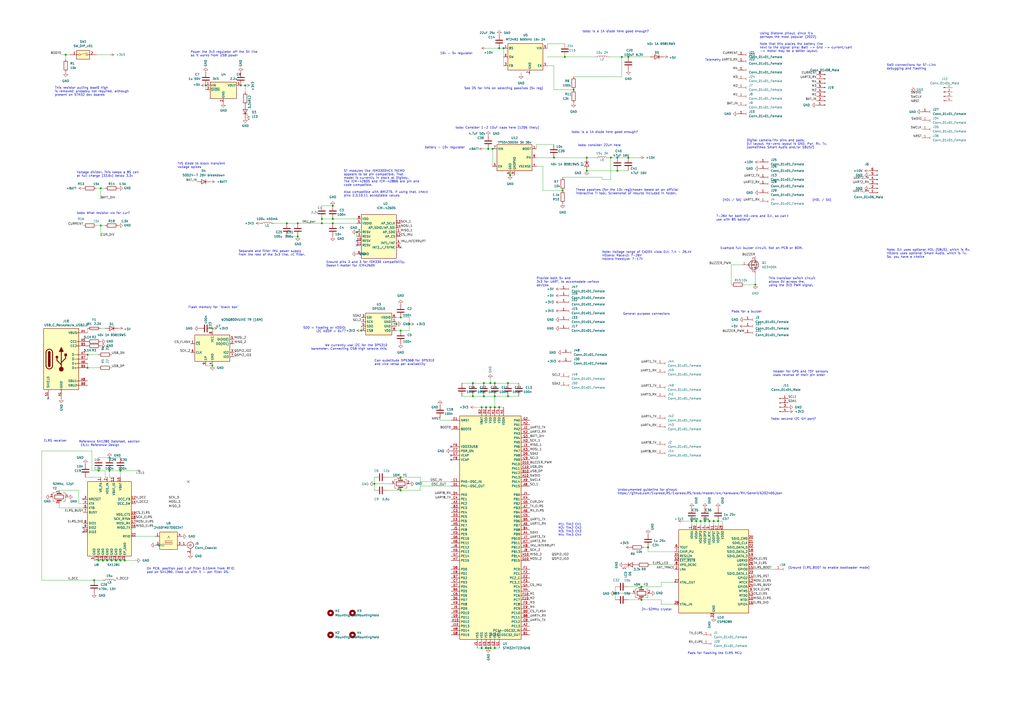
<source format=kicad_sch>
(kicad_sch (version 20211123) (generator eeschema)
  (paper "A2")
  (junction (at 358.14 91.44))
  (junction (at 172.72 137.16))
  (junction (at 354.33 91.44))
  (junction (at 186.69 127))
  (junction (at 372.11 347.98))
  (junction (at 416.56 302.26))
  (junction (at 358.14 99.06))
  (junction (at 360.68 33.02))
  (junction (at 287.02 236.22))
  (junction (at 186.69 129.54))
  (junction (at 119.38 49.53))
  (junction (at 408.94 302.26))
  (junction (at 294.64 229.87))
  (junction (at 287.02 222.25))
  (junction (at 284.48 375.92))
  (junction (at 229.87 187.96))
  (junction (at 294.64 222.25))
  (junction (at 62.23 325.12))
  (junction (at 364.49 33.02))
  (junction (at 287.02 229.87))
  (junction (at 72.39 325.12))
  (junction (at 375.92 317.5))
  (junction (at 364.49 91.44))
  (junction (at 414.02 302.26))
  (junction (at 232.41 191.77))
  (junction (at 326.39 110.49))
  (junction (at 295.91 101.6))
  (junction (at 209.55 191.77))
  (junction (at 63.5 265.43))
  (junction (at 193.04 119.38))
  (junction (at 54.61 336.55))
  (junction (at 193.04 129.54))
  (junction (at 193.04 127))
  (junction (at 280.67 229.87))
  (junction (at 67.31 325.12))
  (junction (at 289.56 236.22))
  (junction (at 57.15 273.05))
  (junction (at 69.85 325.12))
  (junction (at 321.31 91.44))
  (junction (at 69.85 273.05))
  (junction (at 123.19 190.5))
  (junction (at 166.37 129.54))
  (junction (at 372.11 340.36))
  (junction (at 274.32 229.87))
  (junction (at 142.24 49.53))
  (junction (at 172.72 129.54))
  (junction (at 332.74 52.07))
  (junction (at 356.87 344.17))
  (junction (at 50.8 205.74))
  (junction (at 406.4 302.26))
  (junction (at 64.77 325.12))
  (junction (at 207.01 134.62))
  (junction (at 327.66 33.02))
  (junction (at 292.1 27.94))
  (junction (at 59.69 325.12))
  (junction (at 280.67 222.25))
  (junction (at 38.1 31.75))
  (junction (at 217.17 280.67))
  (junction (at 438.15 165.1))
  (junction (at 283.21 375.92))
  (junction (at 281.94 375.92))
  (junction (at 340.36 99.06))
  (junction (at 63.5 273.05))
  (junction (at 284.48 236.22))
  (junction (at 237.49 187.96))
  (junction (at 274.32 222.25))
  (junction (at 57.15 325.12))
  (junction (at 284.48 222.25))
  (junction (at 50.8 213.36))
  (junction (at 401.32 302.26))
  (junction (at 281.94 236.22))
  (junction (at 403.86 302.26))
  (junction (at 123.19 212.09))
  (junction (at 232.41 276.86))
  (junction (at 287.02 375.92))
  (junction (at 340.36 91.44))
  (junction (at 285.75 86.36))
  (junction (at 279.4 375.92))
  (junction (at 232.41 284.48))
  (junction (at 283.21 86.36))
  (junction (at 58.42 130.81))
  (junction (at 411.48 302.26))
  (junction (at 232.41 184.15))
  (junction (at 139.7 49.53))
  (junction (at 58.42 109.22))
  (junction (at 279.4 236.22))
  (junction (at 289.56 27.94))
  (no_connect (at 261.62 259.08))
  (no_connect (at 48.26 289.56))
  (no_connect (at 48.26 308.61))
  (no_connect (at 48.26 306.07))
  (no_connect (at 27.94 231.14))
  (no_connect (at 207.01 139.7))
  (no_connect (at 207.01 142.24))
  (no_connect (at 109.22 279.4))
  (no_connect (at 232.41 143.51))
  (no_connect (at 261.62 266.7))
  (no_connect (at 261.62 264.16))
  (wire (pts (xy 35.56 31.75) (xy 38.1 31.75)))
  (wire (pts (xy 438.15 158.75) (xy 438.15 165.1)))
  (wire (pts (xy 243.84 281.94) (xy 243.84 284.48)))
  (wire (pts (xy 372.11 347.98) (xy 383.54 347.98)))
  (wire (pts (xy 391.16 320.04) (xy 375.92 320.04)))
  (wire (pts (xy 377.19 327.66) (xy 391.16 327.66)))
  (wire (pts (xy 401.32 302.26) (xy 403.86 302.26)))
  (wire (pts (xy 50.8 205.74) (xy 50.8 208.28)))
  (wire (pts (xy 139.7 49.53) (xy 142.24 49.53)))
  (wire (pts (xy 186.69 129.54) (xy 193.04 129.54)))
  (wire (pts (xy 243.84 279.4) (xy 261.62 279.4)))
  (wire (pts (xy 34.29 294.64) (xy 48.26 294.64)))
  (wire (pts (xy 314.96 96.52) (xy 314.96 110.49)))
  (wire (pts (xy 69.85 273.05) (xy 78.74 273.05)))
  (wire (pts (xy 53.34 273.05) (xy 53.34 261.62)))
  (wire (pts (xy 403.86 302.26) (xy 406.4 302.26)))
  (wire (pts (xy 274.32 222.25) (xy 280.67 222.25)))
  (wire (pts (xy 58.42 130.81) (xy 58.42 137.16)))
  (wire (pts (xy 276.86 375.92) (xy 279.4 375.92)))
  (wire (pts (xy 55.88 31.75) (xy 63.5 31.75)))
  (wire (pts (xy 287.02 229.87) (xy 294.64 229.87)))
  (wire (pts (xy 287.02 229.87) (xy 287.02 236.22)))
  (wire (pts (xy 354.33 104.14) (xy 354.33 91.44)))
  (wire (pts (xy 408.94 302.26) (xy 408.94 304.8)))
  (wire (pts (xy 424.18 153.67) (xy 430.53 153.67)))
  (wire (pts (xy 34.29 284.48) (xy 45.72 284.48)))
  (wire (pts (xy 55.88 130.81) (xy 58.42 130.81)))
  (wire (pts (xy 63.5 276.86) (xy 66.04 276.86)))
  (wire (pts (xy 209.55 189.23) (xy 209.55 191.77)))
  (wire (pts (xy 375.92 320.04) (xy 375.92 317.5)))
  (wire (pts (xy 57.15 213.36) (xy 50.8 213.36)))
  (wire (pts (xy 411.48 302.26) (xy 411.48 304.8)))
  (wire (pts (xy 280.67 86.36) (xy 283.21 86.36)))
  (wire (pts (xy 34.29 292.1) (xy 34.29 294.64)))
  (wire (pts (xy 364.49 347.98) (xy 372.11 347.98)))
  (wire (pts (xy 298.45 101.6) (xy 295.91 101.6)))
  (wire (pts (xy 289.56 27.94) (xy 292.1 27.94)))
  (wire (pts (xy 349.25 104.14) (xy 354.33 104.14)))
  (wire (pts (xy 383.54 337.82) (xy 391.16 337.82)))
  (wire (pts (xy 49.53 276.86) (xy 58.42 276.86)))
  (wire (pts (xy 57.15 325.12) (xy 59.69 325.12)))
  (wire (pts (xy 232.41 284.48) (xy 243.84 284.48)))
  (wire (pts (xy 360.68 44.45) (xy 360.68 33.02)))
  (wire (pts (xy 217.17 280.67) (xy 217.17 284.48)))
  (wire (pts (xy 229.87 186.69) (xy 229.87 187.96)))
  (wire (pts (xy 55.88 109.22) (xy 58.42 109.22)))
  (wire (pts (xy 436.88 330.2) (xy 449.58 330.2)))
  (wire (pts (xy 279.4 375.92) (xy 281.94 375.92)))
  (wire (pts (xy 207.01 134.62) (xy 207.01 137.16)))
  (wire (pts (xy 340.36 91.44) (xy 345.44 91.44)))
  (wire (pts (xy 373.38 317.5) (xy 375.92 317.5)))
  (wire (pts (xy 314.96 96.52) (xy 311.15 96.52)))
  (wire (pts (xy 419.1 302.26) (xy 416.56 302.26)))
  (wire (pts (xy 217.17 280.67) (xy 227.33 280.67)))
  (wire (pts (xy 63.5 273.05) (xy 63.5 276.86)))
  (wire (pts (xy 284.48 219.71) (xy 284.48 222.25)))
  (wire (pts (xy 406.4 302.26) (xy 408.94 302.26)))
  (wire (pts (xy 314.96 110.49) (xy 326.39 110.49)))
  (wire (pts (xy 255.27 243.84) (xy 255.27 242.57)))
  (wire (pts (xy 287.02 375.92) (xy 289.56 375.92)))
  (wire (pts (xy 280.67 229.87) (xy 287.02 229.87)))
  (wire (pts (xy 383.54 347.98) (xy 383.54 350.52)))
  (wire (pts (xy 119.38 212.09) (xy 123.19 212.09)))
  (wire (pts (xy 383.54 350.52) (xy 391.16 350.52)))
  (wire (pts (xy 172.72 129.54) (xy 186.69 129.54)))
  (wire (pts (xy 64.77 325.12) (xy 67.31 325.12)))
  (wire (pts (xy 283.21 86.36) (xy 285.75 86.36)))
  (wire (pts (xy 294.64 229.87) (xy 300.99 229.87)))
  (wire (pts (xy 57.15 265.43) (xy 63.5 265.43)))
  (wire (pts (xy 193.04 127) (xy 207.01 127)))
  (wire (pts (xy 123.19 190.5) (xy 123.19 191.77)))
  (wire (pts (xy 224.79 276.86) (xy 232.41 276.86)))
  (wire (pts (xy 38.1 31.75) (xy 40.64 31.75)))
  (wire (pts (xy 186.69 119.38) (xy 193.04 119.38)))
  (wire (pts (xy 53.34 261.62) (xy 24.13 261.62)))
  (wire (pts (xy 416.56 302.26) (xy 414.02 302.26)))
  (wire (pts (xy 62.23 325.12) (xy 64.77 325.12)))
  (wire (pts (xy 217.17 276.86) (xy 217.17 280.67)))
  (wire (pts (xy 229.87 187.96) (xy 229.87 189.23)))
  (wire (pts (xy 327.66 25.4) (xy 317.5 25.4)))
  (wire (pts (xy 284.48 375.92) (xy 287.02 375.92)))
  (wire (pts (xy 237.49 187.96) (xy 237.49 191.77)))
  (wire (pts (xy 69.85 325.12) (xy 72.39 325.12)))
  (wire (pts (xy 281.94 375.92) (xy 283.21 375.92)))
  (wire (pts (xy 287.02 236.22) (xy 289.56 236.22)))
  (wire (pts (xy 38.1 31.75) (xy 38.1 34.29)))
  (wire (pts (xy 72.39 325.12) (xy 78.74 325.12)))
  (wire (pts (xy 364.49 91.44) (xy 370.84 91.44)))
  (wire (pts (xy 229.87 184.15) (xy 232.41 184.15)))
  (wire (pts (xy 58.42 130.81) (xy 60.96 130.81)))
  (wire (pts (xy 289.56 236.22) (xy 292.1 236.22)))
  (wire (pts (xy 142.24 49.53) (xy 142.24 53.34)))
  (wire (pts (xy 285.75 86.36) (xy 285.75 96.52)))
  (wire (pts (xy 67.31 325.12) (xy 69.85 325.12)))
  (wire (pts (xy 340.36 99.06) (xy 358.14 99.06)))
  (wire (pts (xy 275.59 236.22) (xy 279.4 236.22)))
  (wire (pts (xy 45.72 284.48) (xy 45.72 292.1)))
  (wire (pts (xy 186.69 127) (xy 193.04 127)))
  (wire (pts (xy 232.41 191.77) (xy 237.49 191.77)))
  (wire (pts (xy 62.23 276.86) (xy 60.96 276.86)))
  (wire (pts (xy 356.87 344.17) (xy 367.03 344.17)))
  (wire (pts (xy 186.69 127) (xy 186.69 129.54)))
  (wire (pts (xy 356.87 344.17) (xy 356.87 347.98)))
  (wire (pts (xy 358.14 99.06) (xy 364.49 99.06)))
  (wire (pts (xy 416.56 302.26) (xy 416.56 304.8)))
  (wire (pts (xy 372.11 340.36) (xy 383.54 340.36)))
  (wire (pts (xy 57.15 273.05) (xy 60.96 273.05)))
  (wire (pts (xy 311.15 83.82) (xy 311.15 86.36)))
  (wire (pts (xy 354.33 91.44) (xy 358.14 91.44)))
  (wire (pts (xy 232.41 184.15) (xy 237.49 184.15)))
  (wire (pts (xy 321.31 38.1) (xy 317.5 38.1)))
  (wire (pts (xy 364.49 33.02) (xy 377.19 33.02)))
  (wire (pts (xy 229.87 191.77) (xy 232.41 191.77)))
  (wire (pts (xy 321.31 52.07) (xy 332.74 52.07)))
  (wire (pts (xy 284.48 236.22) (xy 287.02 236.22)))
  (wire (pts (xy 50.8 210.82) (xy 50.8 213.36)))
  (wire (pts (xy 267.97 229.87) (xy 274.32 229.87)))
  (wire (pts (xy 281.94 236.22) (xy 284.48 236.22)))
  (wire (pts (xy 58.42 190.5) (xy 60.96 190.5)))
  (wire (pts (xy 326.39 102.87) (xy 349.25 102.87)))
  (wire (pts (xy 283.21 375.92) (xy 284.48 375.92)))
  (wire (pts (xy 243.84 281.94) (xy 261.62 281.94)))
  (wire (pts (xy 158.75 129.54) (xy 166.37 129.54)))
  (wire (pts (xy 431.8 165.1) (xy 438.15 165.1)))
  (wire (pts (xy 261.62 243.84) (xy 255.27 243.84)))
  (wire (pts (xy 302.26 41.91) (xy 302.26 43.18)))
  (wire (pts (xy 24.13 336.55) (xy 54.61 336.55)))
  (wire (pts (xy 281.94 27.94) (xy 289.56 27.94)))
  (wire (pts (xy 411.48 302.26) (xy 408.94 302.26)))
  (wire (pts (xy 54.61 325.12) (xy 57.15 325.12)))
  (wire (pts (xy 243.84 276.86) (xy 243.84 279.4)))
  (wire (pts (xy 414.02 302.26) (xy 411.48 302.26)))
  (wire (pts (xy 358.14 91.44) (xy 364.49 91.44)))
  (wire (pts (xy 224.79 284.48) (xy 232.41 284.48)))
  (wire (pts (xy 45.72 292.1) (xy 48.26 292.1)))
  (wire (pts (xy 58.42 109.22) (xy 60.96 109.22)))
  (wire (pts (xy 232.41 276.86) (xy 243.84 276.86)))
  (wire (pts (xy 295.91 100.33) (xy 295.91 101.6)))
  (wire (pts (xy 327.66 33.02) (xy 345.44 33.02)))
  (wire (pts (xy 287.02 222.25) (xy 294.64 222.25)))
  (wire (pts (xy 321.31 38.1) (xy 321.31 52.07)))
  (wire (pts (xy 60.96 276.86) (xy 60.96 273.05)))
  (wire (pts (xy 317.5 25.4) (xy 317.5 27.94)))
  (wire (pts (xy 274.32 229.87) (xy 280.67 229.87)))
  (wire (pts (xy 267.97 222.25) (xy 274.32 222.25)))
  (wire (pts (xy 63.5 265.43) (xy 69.85 265.43)))
  (wire (pts (xy 406.4 302.26) (xy 406.4 304.8)))
  (wire (pts (xy 364.49 340.36) (xy 372.11 340.36)))
  (wire (pts (xy 294.64 222.25) (xy 300.99 222.25)))
  (wire (pts (xy 59.69 325.12) (xy 62.23 325.12)))
  (wire (pts (xy 292.1 27.94) (xy 292.1 38.1)))
  (wire (pts (xy 57.15 273.05) (xy 53.34 273.05)))
  (wire (pts (xy 414.02 302.26) (xy 414.02 304.8)))
  (wire (pts (xy 58.42 109.22) (xy 58.42 115.57)))
  (wire (pts (xy 419.1 304.8) (xy 419.1 302.26)))
  (wire (pts (xy 54.61 336.55) (xy 59.69 336.55)))
  (wire (pts (xy 63.5 273.05) (xy 69.85 273.05)))
  (wire (pts (xy 78.74 311.15) (xy 90.17 311.15)))
  (wire (pts (xy 317.5 33.02) (xy 327.66 33.02)))
  (wire (pts (xy 321.31 83.82) (xy 311.15 83.82)))
  (wire (pts (xy 353.06 33.02) (xy 360.68 33.02)))
  (wire (pts (xy 311.15 91.44) (xy 321.31 91.44)))
  (wire (pts (xy 353.06 91.44) (xy 354.33 91.44)))
  (wire (pts (xy 284.48 222.25) (xy 287.02 222.25)))
  (wire (pts (xy 166.37 129.54) (xy 172.72 129.54)))
  (wire (pts (xy 356.87 340.36) (xy 356.87 344.17)))
  (wire (pts (xy 383.54 340.36) (xy 383.54 337.82)))
  (wire (pts (xy 332.74 44.45) (xy 360.68 44.45)))
  (wire (pts (xy 403.86 302.26) (xy 403.86 304.8)))
  (wire (pts (xy 360.68 33.02) (xy 364.49 33.02)))
  (wire (pts (xy 69.85 273.05) (xy 69.85 276.86)))
  (wire (pts (xy 401.32 302.26) (xy 401.32 304.8)))
  (wire (pts (xy 24.13 261.62) (xy 24.13 336.55)))
  (wire (pts (xy 279.4 236.22) (xy 281.94 236.22)))
  (wire (pts (xy 50.8 193.04) (xy 50.8 190.5)))
  (wire (pts (xy 237.49 184.15) (xy 237.49 187.96)))
  (wire (pts (xy 280.67 222.25) (xy 284.48 222.25)))
  (wire (pts (xy 166.37 137.16) (xy 172.72 137.16)))
  (wire (pts (xy 396.24 302.26) (xy 401.32 302.26)))
  (wire (pts (xy 50.8 205.74) (xy 57.15 205.74)))
  (wire (pts (xy 193.04 129.54) (xy 207.01 129.54)))
  (wire (pts (xy 119.38 49.53) (xy 119.38 52.07)))
  (wire (pts (xy 321.31 91.44) (xy 340.36 91.44)))
  (wire (pts (xy 424.18 153.67) (xy 424.18 165.1)))
  (wire (pts (xy 349.25 102.87) (xy 349.25 104.14)))
  (text "(HDL / SA)" (at 471.17 116.84 0) (effects (font (size 1.27 1.27)) (justify left bottom)))
  (text "todo: What resistor vls for cur?" (at 44.45 124.46 0) (effects (font (size 1.27 1.27)) (justify left bottom)))
  (text "These passives (for the 10v reg)chosen based on an official \ninteractive TI tool. Screenshot of results included in folder." (at 334.01 113.03 0) (effects (font (size 1.27 1.27)) (justify left bottom)))
  (text "(HDL / SA)" (at 419.1 116.84 0) (effects (font (size 1.27 1.27)) (justify left bottom)))
  (text "Todo: second I2C GH port?" (at 447.04 243.84 0) (effects (font (size 1.27 1.27)) (justify left bottom)))
  (text "Telemetry" (at 408.94 35.56 0) (effects (font (size 1.27 1.27)) (justify left bottom)))
  (text "(Ground ELRS_BOOT to enable bootloader mode)" (at 457.2 330.2 0) (effects (font (size 1.27 1.27)) (justify left bottom)))
  (text "24-52Mhz crystal" (at 372.11 354.33 0) (effects (font (size 1.27 1.27)) (justify left bottom)))
  (text "M1: Tim2 Ch1\nM2: Tim2 Ch2\nM3: Tim3 Ch3\nM4: Tim3 Ch4" (at 323.85 311.15 0) (effects (font (size 1.27 1.27)) (justify left bottom)))
  (text "General purpose connectors" (at 388.62 182.88 180) (effects (font (size 1.27 1.27)) (justify right bottom)))
  (text "Voltage divider. This keeps a 8S cell\nat full charge (33.6v) below 3.3v" (at 44.45 102.87 0) (effects (font (size 1.27 1.27)) (justify left bottom)))
  (text "todo: Is a 1A diode here good enough?" (at 331.47 77.47 0) (effects (font (size 1.27 1.27)) (justify left bottom)))
  (text "Digital camera/Vtx pins and pads.\nDJI layout. Hd-zero layout is GND, Pwr, Rx, Tx,\n(sometimes Smart Audio and/or SBUS?)" (at 433.07 86.36 0) (effects (font (size 1.27 1.27)) (justify left bottom)))
  (text "On PCB, position pad 1 of filter 0.15mm from RFIO \npad on SX1280, lined up with it - per filter DS." (at 85.09 332.74 0) (effects (font (size 1.27 1.27)) (justify left bottom)))
  (text "Reference SX1280 Datsheet, section\n 15.1: Reference Design" (at 45.72 259.08 0) (effects (font (size 1.27 1.27)) (justify left bottom)))
  (text "We currently use I2C for the DPS310\nbarometer. Connecting CSB high selects this." (at 224.79 203.2 0) (effects (font (size 1.27 1.27)) (justify right bottom)))
  (text "Separate and filter IMU power supply\nfrom the rest of the 3v3 line. LC filter." (at 138.43 148.59 0) (effects (font (size 1.27 1.27)) (justify left bottom)))
  (text "This transisor switch circuit\nallows 5V across the,\nusing the 3V3 PWM signal." (at 445.77 166.37 0) (effects (font (size 1.27 1.27)) (justify left bottom)))
  (text "Provide both 5v and \n3v3 for UART, to accomodate various\ndevices" (at 311.15 166.37 0) (effects (font (size 1.27 1.27)) (justify left bottom)))
  (text "todo: Is a 1A diode here good enough?" (at 337.82 19.05 0) (effects (font (size 1.27 1.27)) (justify left bottom)))
  (text "TVS diode to block transient\nvoltage spikes" (at 102.87 97.79 0) (effects (font (size 1.27 1.27)) (justify left bottom)))
  (text "todo: consider 22uH here" (at 335.28 85.09 0) (effects (font (size 1.27 1.27)) (justify left bottom)))
  (text "10v - 5v regulator" (at 255.27 31.75 0) (effects (font (size 1.27 1.27)) (justify left bottom)))
  (text "ST modules like ISM330DHCX iNEMO\nappears to be pin compatible. That\nmodel is currently in stock at Digikey.\nThe ICM-42605 and ICM-42866 are pin and\ncode compatible.\n\nAlso compatible with BMI270. If using that, check\npins 2,3,10,11 acceptable values\n" (at 199.39 114.3 0) (effects (font (size 1.27 1.27)) (justify left bottom)))
  (text "Example full buzzer circuit. Not on PCB or BOM." (at 417.83 144.78 0) (effects (font (size 1.27 1.27)) (justify left bottom)))
  (text "Pads for flashing the ELRS MCU" (at 398.78 379.73 0) (effects (font (size 1.27 1.27)) (justify left bottom)))
  (text "This resistor pulling boot0 high\nis removed; probably not required, although\npresent on STM32 dev boards" (at 31.75 55.88 0) (effects (font (size 1.27 1.27)) (justify left bottom)))
  (text "SWD connections for ST-Link \ndebugging and flashing" (at 514.35 40.64 0) (effects (font (size 1.27 1.27)) (justify left bottom)))
  (text "todo: Consider 1-2 10uF caps here (1206 likely)" (at 264.16 74.93 0) (effects (font (size 1.27 1.27)) (justify left bottom)))
  (text "Undocumented guideline for pinout:\nhttps://github.com/ExpressLRS/ExpressLRS/blob/master/src/hardware/RX/Generic%202400.json" (at 358.14 287.02 0) (effects (font (size 1.27 1.27)) (justify left bottom)))
  (text "Ground pins 2 and 3 for ISM330 compatibility.\nDoesn't matter for ICM42605\n" (at 189.23 154.94 0) (effects (font (size 1.27 1.27)) (justify left bottom)))
  (text "Using Diatone pinout, since it's\nperhaps the most popular (2022)\n\nNote that this places the battery line\nnext to the signal pins; Batt -> Gnd -> current/uart\n-> motor may be a better layout." (at 440.69 30.48 0) (effects (font (size 1.27 1.27)) (justify left bottom)))
  (text "See DS for info on selecting passives (5v reg)" (at 269.24 52.07 0) (effects (font (size 1.27 1.27)) (justify left bottom)))
  (text "A lower cutoff for this LC lowpass is\nbetter, but that requires a larger cap\nand inductor, and we're low on space." (at 414.02 -82.55 0) (effects (font (size 1.27 1.27)) (justify left bottom)))
  (text "Analog filtering on the 5V line. We can\nuse a smaller inductor here, than if it were \non the 10k line that needs to handle current to\nthe cam/Vtx" (at 415.29 -72.39 0) (effects (font (size 1.27 1.27)) (justify left bottom)))
  (text "battery - 10v regulator" (at 246.38 86.36 0) (effects (font (size 1.27 1.27)) (justify left bottom)))
  (text "Flash memory for \"black box\"" (at 109.22 179.07 0) (effects (font (size 1.27 1.27)) (justify left bottom)))
  (text "Header for GPS and TOF sensors\nUses reverse of their pin order\n" (at 448.31 218.44 0) (effects (font (size 1.27 1.27)) (justify left bottom)))
  (text "Note: Voltage range of CADDX vista DJI: 7.4 - 26.4V\nHDzero: Racev2: 7-26V\nHdzero freestyle: 7-17V" (at 349.25 151.13 0) (effects (font (size 1.27 1.27)) (justify left bottom)))
  (text "ELRS receiver\n" (at 25.4 256.54 0) (effects (font (size 1.27 1.27)) (justify left bottom)))
  (text "Note: DJI uses optional HDL (SBUS), which is Rx.\nHDzero uses optional Smart Audio, which is Tx.\nSo, you have a choice" (at 514.35 149.86 0) (effects (font (size 1.27 1.27)) (justify left bottom)))
  (text "Pads for a buzzer" (at 441.96 181.61 180) (effects (font (size 1.27 1.27)) (justify right bottom)))
  (text "Can substitude DPS368 for DPS310\nand vice versa per availability" (at 217.17 212.09 0) (effects (font (size 1.27 1.27)) (justify left bottom)))
  (text "SDO = floating or VDDIO:\nI2C ADDR = 0x77" (at 200.66 193.04 180) (effects (font (size 1.27 1.27)) (justify right bottom)))
  (text "Power the 3v3 regulator off the 5V line\nso it works from USB power" (at 110.49 33.02 0) (effects (font (size 1.27 1.27)) (justify left bottom)))
  (text "7-26V for both HD-zero and DJI, so can't \nuse with 8S battery!" (at 415.29 128.27 0) (effects (font (size 1.27 1.27)) (justify left bottom)))
  (label "SDA1" (at 307.34 309.88 0))
  (label "SWDIO" (at 528.32 54.61 0))
  (label "M3" (at 427.99 45.72 180))
  (label "UART2_TX" (at 307.34 248.92 0))
  (label "ELRS_DIO" (at 436.88 350.52 0))
  (label "V_DCC2" (at 67.31 336.55 0))
  (label "QSPI2_IO2" (at 135.89 204.47 0))
  (label "M2" (at 473.71 53.34 180))
  (label "ELRS_BUSY" (at 436.88 340.36 0))
  (label "IMU_INTERRUPT" (at 232.41 140.97 0))
  (label "MOSI_2" (at 307.34 325.12 0))
  (label "MISO_ELRS" (at 436.88 347.98 0))
  (label "CUR_DIV" (at 307.34 292.1 0))
  (label "SCK_ELRS" (at 78.74 300.99 0))
  (label "UART2_RX" (at 504.19 106.68 180))
  (label "M3" (at 307.34 350.52 0))
  (label "NRST" (at 534.67 80.01 180))
  (label "M4" (at 427.99 40.64 180))
  (label "UART3_RX" (at 381 229.87 180))
  (label "M3" (at 473.71 50.8 180))
  (label "IMU_INTERRUPT" (at 307.34 317.5 0))
  (label "ANT_TRACE" (at 391.16 330.2 180))
  (label "MOSI_3" (at 97.79 292.1 0))
  (label "CURRENT" (at 473.71 43.18 180))
  (label "TX_ELRS" (at 307.34 294.64 0))
  (label "UART4_RX" (at 307.34 358.14 0))
  (label "SWDIO" (at 534.67 69.85 180))
  (label "ELRS_BOOT" (at 436.88 330.2 0))
  (label "ELRS_BUSY" (at 48.26 297.18 180))
  (label "SCL2" (at 209.55 186.69 180))
  (label "M4" (at 473.71 48.26 180))
  (label "ELRS_RST" (at 436.88 335.28 0))
  (label "RX_ELRS" (at 307.34 297.18 0))
  (label "UART1_RX" (at 307.34 304.8 0))
  (label "MISO_2" (at 307.34 322.58 0))
  (label "M1" (at 427.99 55.88 180))
  (label "USB_DP" (at 64.77 213.36 0))
  (label "BATT_DIV" (at 307.34 254 0))
  (label "UART3_TX" (at 307.34 312.42 0))
  (label "BAT_IN" (at 114.3 105.41 180))
  (label "UART4_TX" (at 307.34 360.68 0))
  (label "UART3_RX" (at 473.71 45.72 180))
  (label "UART4_RX" (at 381 247.65 180))
  (label "SWCLK" (at 307.34 279.4 0))
  (label "V_DCC2" (at 78.74 292.1 0))
  (label "UART1_TX" (at 381 210.82 180))
  (label "SCK_1" (at 232.41 129.54 0))
  (label "CS_IMU" (at 232.41 137.16 0))
  (label "ELRS_DIO" (at 48.26 303.53 180))
  (label "SCK_3" (at 97.79 289.56 0))
  (label "BUZZER" (at 438.15 148.59 180))
  (label "CS_FLASH" (at 307.34 355.6 0))
  (label "SWDIO" (at 307.34 276.86 0))
  (label "V_DCC" (at 39.37 336.55 0))
  (label "SWCLK" (at 528.32 57.15 0))
  (label "UART3_TX" (at 381 224.79 180))
  (label "RX_ELRS" (at 407.67 373.38 180))
  (label "SCK_2" (at 307.34 320.04 0))
  (label "OSC_OUT" (at 250.19 281.94 0))
  (label "SCL2" (at 325.12 218.44 180))
  (label "MISO_2" (at 135.89 199.39 0))
  (label "UART2_TX" (at 504.19 104.14 180))
  (label "BATT_DIV" (at 58.42 115.57 0))
  (label "MISO_1" (at 307.34 259.08 0))
  (label "SCL1" (at 307.34 281.94 0))
  (label "UART8_TX" (at 381 257.81 180))
  (label "BAT_IN" (at 473.71 58.42 180))
  (label "NRST" (at 255.27 243.84 180))
  (label "BOOT0" (at 261.62 248.92 180))
  (label "UART2_RX" (at 440.69 106.68 180))
  (label "SCK_ELRS" (at 436.88 342.9 0))
  (label "CS_ELRS" (at 78.74 298.45 0))
  (label "UART8_TX" (at 261.62 289.56 180))
  (label "UART3_RX" (at 307.34 314.96 0))
  (label "UART4_TX" (at 381 242.57 180))
  (label "MISO_1" (at 232.41 134.62 0))
  (label "UART2_TX" (at 440.69 102.87 180))
  (label "UART8_RX" (at 261.62 287.02 180))
  (label "QSPI2_IO2" (at 320.04 322.58 0))
  (label "SCK_1" (at 307.34 256.54 0))
  (label "MOSI_ELRS" (at 436.88 337.82 0))
  (label "V_DCC" (at 78.74 289.56 0))
  (label "M1" (at 307.34 345.44 0))
  (label "UART2_RX" (at 307.34 251.46 0))
  (label "CS_FLASH" (at 110.49 199.39 180))
  (label "M4" (at 307.34 353.06 0))
  (label "SDA2" (at 209.55 184.15 180))
  (label "CURRENT" (at 48.26 130.81 180))
  (label "SWCLK" (at 534.67 74.93 180))
  (label "UART1_RX" (at 381 215.9 180))
  (label "MOSI_ELRS" (at 78.74 303.53 0))
  (label "UART1_RX" (at 440.69 116.84 180))
  (label "TX_ELRS" (at 436.88 327.66 0))
  (label "UART1_RX" (at 504.19 111.76 180))
  (label "M2" (at 427.99 50.8 180))
  (label "QSPI2_IO3" (at 320.04 325.12 0))
  (label "SCL1" (at 457.2 231.14 0))
  (label "ELRS_LED" (at 378.46 327.66 0))
  (label "UART1_TX" (at 307.34 302.26 0))
  (label "MOSI_2" (at 135.89 196.85 0))
  (label "MISO_3" (at 97.79 294.64 0))
  (label "QSPI2_IO3" (at 135.89 207.01 0))
  (label "IMU_pwr" (at 175.26 129.54 0))
  (label "RX_ELRS" (at 436.88 325.12 0))
  (label "USB_DN" (at 64.77 205.74 0))
  (label "BUZZER_PWM" (at 424.18 153.67 180))
  (label "M2" (at 307.34 347.98 0))
  (label "M1" (at 473.71 55.88 180))
  (label "CS_ELRS" (at 436.88 345.44 0))
  (label "MISO_ELRS" (at 78.74 306.07 0))
  (label "OSC_IN" (at 256.54 279.4 180))
  (label "UART8_RX" (at 381 262.89 180))
  (label "NRST" (at 528.32 59.69 0))
  (label "TX_ELRS" (at 407.67 368.3 180))
  (label "BUZZER_PWM" (at 431.8 193.04 180))
  (label "MOSI_1" (at 307.34 261.62 0))
  (label "BAT_IN" (at 427.99 60.96 180))
  (label "USB_DN" (at 307.34 271.78 0))
  (label "SCK_2" (at 110.49 204.47 180))
  (label "USB_DP" (at 307.34 274.32 0))
  (label "MOSI_1" (at 232.41 132.08 0))
  (label "BOOT0" (at 35.56 31.75 180))
  (label "CURRENT" (at 427.99 31.75 180))
  (label "SDA1" (at 457.2 233.68 0))
  (label "SDA2" (at 325.12 223.52 180))
  (label "CS_IMU" (at 307.34 340.36 0))
  (label "CUR_DIV" (at 58.42 137.16 0))
  (label "SCL2" (at 307.34 266.7 0))
  (label "SDA2" (at 307.34 264.16 0))
  (label "BUZZER_PWM" (at 307.34 269.24 0))
  (label "UART3_RX" (at 427.99 35.56 180))
  (symbol (lib_id "power:GND") (at 416.56 294.64 180) (unit 1)
    (property "Reference" "#PWR0184" (effects hide))
    (property "Value" "GND" (at 419.1 288.29 90) (effects (justify left)))
  )
  (symbol (lib_id "power:GND") (at 431.8 185.42 270) (unit 1)
    (property "Reference" "#PWR0164" (effects hide))
    (property "Value" "GND" (at 424.18 185.42 90) (effects (justify left)))
  )
  (symbol (lib_id "MCU_Espressif:ESP8266EX") (at 414.02 330.2 0) (unit 1)
    (property "Reference" "U10" (at 416.0394 358.14 0) (effects (justify left)))
    (property "Value" "ESP8285" (at 416.0394 360.68 0) (effects (justify left)))
    (property "Footprint" "Package_DFN_QFN:QFN-32-1EP_5x5mm_P0.5mm_EP3.45x3.45mm" (effects hide))
    (property "Datasheet" "http://espressif.com/sites/default/files/documentation/0a-esp8266ex_datasheet_en.pdf" (effects hide))
    (property "LCSC" "C967019" (effects hide))
  )
  (symbol (lib_id "Connector:Conn_01x04_Male") (at 547.37 53.34 0) (unit 1) (in_bom no) (on_board no)
    (property "Reference" "J12" (at 548.005 45.72 0))
    (property "Value" "Conn_01x04_Male" (at 548.005 48.26 0))
    (property "Footprint" "Anyleaf_Shared:JST PH staggered for 1x04 2mm" (effects hide))
  )
  (symbol (lib_id "Connector:Conn_01x01_Female") (at 386.08 224.79 0) (unit 1)
    (property "Reference" "J40" (at 387.35 223.5199 0) (effects (justify left)))
    (property "Value" "Conn_01x01_Female" (at 387.35 226.0599 0) (effects (justify left)))
    (property "Footprint" "TestPoint:TestPoint_Pad_2.0x2.0mm" (effects hide))
  )
  (symbol (lib_id "Device:R") (at 60.96 213.36 90) (unit 1)
    (property "Reference" "R5" (at 59.69 209.55 0))
    (property "Value" "22" (at 62.23 209.55 0))
    (property "Footprint" "Resistor_SMD:R_0402_1005Metric" (effects hide))
    (property "LCSC" "C25092" (effects hide))
  )
  (symbol (lib_id "power:+5V") (at 325.12 167.64 90) (unit 1)
    (property "Reference" "#PWR0144" (effects hide))
    (property "Value" "+5V" (at 321.31 167.6399 90) (effects (justify left)))
  )
  (symbol (lib_id "power:GND") (at 332.74 59.69 0) (unit 1)
    (property "Reference" "#PWR0146" (effects hide))
    (property "Value" "GND" (at 332.74 64.77 0))
  )
  (symbol (lib_id "Device:C") (at 255.27 238.76 0) (unit 1)
    (property "Reference" "C18" (at 259.08 237.4899 0) (effects (justify left)))
    (property "Value" "100n" (at 257.81 240.03 0) (effects (justify left)))
    (property "Footprint" "Capacitor_SMD:C_0402_1005Metric" (effects hide))
    (property "LCSC" "C1525" (effects hide))
  )
  (symbol (lib_id "power:GND") (at 375.92 309.88 180) (unit 1)
    (property "Reference" "#PWR0192" (effects hide))
    (property "Value" "GND" (at 378.46 303.53 90) (effects (justify left)))
  )
  (symbol (lib_id "power:GND") (at 414.02 358.14 0) (unit 1)
    (property "Reference" "#PWR0189" (effects hide))
    (property "Value" "GND" (at 411.48 364.49 90) (effects (justify left)))
  )
  (symbol (lib_id "Device:C") (at 172.72 133.35 180) (unit 1)
    (property "Reference" "C31" (at 170.18 134.62 0) (effects (justify left)))
    (property "Value" "100u" (at 170.18 137.16 0) (effects (justify left)))
    (property "Footprint" "Capacitor_SMD:C_0805_2012Metric" (effects hide))
    (property "LCSC" "C141660" (effects hide))
  )
  (symbol (lib_id "power:+BATT") (at 121.92 105.41 270) (unit 1)
    (property "Reference" "#PWR0152" (effects hide))
    (property "Value" "+BATT" (at 125.73 105.4099 90) (effects (justify left)))
  )
  (symbol (lib_id "power:GND") (at 289.56 20.32 180) (unit 1)
    (property "Reference" "#PWR0149" (effects hide))
    (property "Value" "GND" (at 292.1 19.0499 0) (effects (justify right)))
  )
  (symbol (lib_id "Connector:Conn_01x01_Female") (at 330.2 171.45 0) (unit 1)
    (property "Reference" "J16" (at 331.47 170.1799 0) (effects (justify left)))
    (property "Value" "Conn_01x01_Female" (at 331.47 172.7199 0) (effects (justify left)))
    (property "Footprint" "TestPoint:TestPoint_Pad_2.0x2.0mm" (effects hide))
  )
  (symbol (lib_id "Device:C") (at 232.41 180.34 0) (unit 1)
    (property "Reference" "C2" (at 236.22 179.0699 0) (effects (justify left)))
    (property "Value" "100n" (at 233.68 182.88 0) (effects (justify left)))
    (property "Footprint" "Capacitor_SMD:C_0402_1005Metric" (effects hide))
    (property "LCSC" "C1525" (effects hide))
  )
  (symbol (lib_id "Device:C") (at 57.15 269.24 0) (unit 1)
    (property "Reference" "C28" (at 54.61 271.78 0) (effects (justify left)))
    (property "Value" "10n" (at 54.61 266.7 0) (effects (justify left)))
    (property "Footprint" "Capacitor_SMD:C_0402_1005Metric" (effects hide))
    (property "LCSC" "C15195" (effects hide))
  )
  (symbol (lib_id "Connector:Conn_01x01_Female") (at 539.75 69.85 0) (unit 1)
    (property "Reference" "J34" (at 541.02 68.5799 0) (effects (justify left)))
    (property "Value" "Conn_01x01_Female" (at 541.02 71.1199 0) (effects (justify left)))
    (property "Footprint" "TestPoint:TestPoint_Pad_1.0x1.0mm" (effects hide))
  )
  (symbol (lib_id "power:GND") (at 364.49 40.64 0) (unit 1)
    (property "Reference" "#PWR0125" (effects hide))
    (property "Value" "GND" (at 364.49 45.72 0))
  )
  (symbol (lib_id "Connector:Conn_01x01_Female") (at 445.77 102.87 0) (unit 1)
    (property "Reference" "J13" (at 447.04 101.5999 0) (effects (justify left)))
    (property "Value" "Conn_01x01_Female" (at 447.04 104.1399 0) (effects (justify left)))
    (property "Footprint" "TestPoint:TestPoint_Pad_2.0x2.0mm" (effects hide))
  )
  (symbol (lib_id "power:GND") (at 440.69 111.76 270) (unit 1)
    (property "Reference" "#PWR0113" (effects hide))
    (property "Value" "GND" (at 436.88 111.7599 90) (effects (justify right)))
  )
  (symbol (lib_id "Device:L") (at 63.5 336.55 90) (unit 1)
    (property "Reference" "L3" (at 63.5 337.82 90))
    (property "Value" "15u" (at 63.5 334.01 90))
    (property "Footprint" "Inductor_SMD:L_0805_2012Metric" (effects hide))
    (property "LCSC" "C154120" (effects hide))
  )
  (symbol (lib_id "Switch:SW_DIP_x01") (at 48.26 31.75 0) (unit 1)
    (property "Reference" "SW1" (at 48.26 24.13 0))
    (property "Value" "SW_DIP_x01" (at 48.26 26.67 0))
    (property "Footprint" "Anyleaf_Shared:SW-SMD-2_3.6x6.0x8.0" (effects hide))
    (property "LCSC" "C354946" (effects hide))
  )
  (symbol (lib_id "power:GND") (at 326.39 204.47 270) (unit 1)
    (property "Reference" "#PWR0145" (effects hide))
    (property "Value" "GND" (at 322.58 204.4699 90) (effects (justify right)))
  )
  (symbol (lib_id "power:+3V3") (at 63.5 31.75 270) (unit 1)
    (property "Reference" "#PWR0116" (effects hide))
    (property "Value" "+3V3" (at 67.31 31.7499 90) (effects (justify left)))
  )
  (symbol (lib_id "Connector:Conn_01x01_Female") (at 331.47 209.55 0) (unit 1)
    (property "Reference" "J30" (at 332.74 208.2799 0) (effects (justify left)))
    (property "Value" "Conn_01x01_Female" (at 332.74 210.8199 0) (effects (justify left)))
    (property "Footprint" "TestPoint:TestPoint_Pad_2.0x2.0mm" (effects hide))
  )
  (symbol (lib_id "Device:Fuse") (at 54.61 190.5 270) (unit 1)
    (property "Reference" "F1" (at 54.61 185.4962 90))
    (property "Value" "6V, 2.2A" (at 54.61 187.8076 90))
    (property "Footprint" "Fuse:Fuse_0805_2012Metric" (effects hide))
    (property "LCSC" "C70062" (effects hide))
  )
  (symbol (lib_id "power:GND") (at 54.61 344.17 0) (unit 1)
    (property "Reference" "#PWR0153" (effects hide))
    (property "Value" "GND" (at 57.15 345.4399 0) (effects (justify left)))
  )
  (symbol (lib_id "Anyleaf_Shared:ICM-42605") (at 219.71 134.62 0) (unit 1)
    (property "Reference" "U2" (at 222.25 118.11 0) (effects (justify left)))
    (property "Value" "ICM-42605" (at 218.44 120.65 0) (effects (justify left)))
    (property "Footprint" "Package_LGA:LGA-14_3x2.5mm_P0.5mm_LayoutBorder3x4y" (effects hide))
    (property "Datasheet" "https://3cfeqx1hf82y3xcoull08ihx-wpengine.netdna-ssl.com/wp-content/uploads/2020/09/DS-000292-ICM-42605-v1.5.pdf" (effects hide))
    (property "Digikey" "1428-1152-2-ND" (effects hide))
    (property "Mouser" "410-ICM-42605" (effects hide))
    (property "LCSC" "C2655099" (effects hide))
    (property "Digikey_ST_alt" "497-19784-1-ND" (effects hide))
  )
  (symbol (lib_id "Connector:Conn_01x01_Female") (at 433.07 66.04 0) (unit 1)
    (property "Reference" "J10" (at 434.34 64.7699 0) (effects (justify left)))
    (property "Value" "Conn_01x01_Female" (at 434.34 67.3099 0) (effects (justify left)))
    (property "Footprint" "TestPoint:TestPoint_Pad_2.0x2.0mm" (effects hide))
  )
  (symbol (lib_id "power:GND") (at 29.21 288.29 270) (unit 1)
    (property "Reference" "#PWR0136" (effects hide))
    (property "Value" "GND" (at 25.4 290.83 90) (effects (justify left)))
  )
  (symbol (lib_id "Connector:Conn_01x01_Female") (at 436.88 189.23 0) (unit 1)
    (property "Reference" "J37" (at 438.15 187.9599 0) (effects (justify left)))
    (property "Value" "Conn_01x01_Female" (at 438.15 190.4999 0) (effects (justify left)))
    (property "Footprint" "TestPoint:TestPoint_Pad_2.0x2.0mm" (effects hide))
  )
  (symbol (lib_id "power:+3.3V") (at 365.76 317.5 90) (unit 1)
    (property "Reference" "#PWR0191" (effects hide))
    (property "Value" "+3.3V" (at 359.41 314.96 90) (effects (justify right)))
  )
  (symbol (lib_id "Filter:SAFFA1G58KA0F0A") (at 97.79 313.69 0) (unit 1)
    (property "Reference" "U6" (at 97.79 303.53 0))
    (property "Value" "2450FM07D0034T" (at 97.79 306.07 0))
    (property "Footprint" "Anyleaf_Shared:2450FM07D0034" (effects hide))
    (property "Datasheet" "https://www.mouser.com/datasheet/2/611/2450FM07D0034-1519359.pdf" (effects hide))
    (property "Mouser" "609-2450FM07D0034T" (effects hide))
    (property "Alt part number:" "2450FM07A0029T" (effects hide))
  )
  (symbol (lib_id "Device:C") (at 119.38 45.72 0) (unit 1)
    (property "Reference" "C7" (at 113.03 43.18 0) (effects (justify left)))
    (property "Value" "1u 50V" (at 109.22 45.72 0) (effects (justify left)))
    (property "Footprint" "Capacitor_SMD:C_0603_1608Metric" (effects hide))
    (property "LCSC" "C15849" (effects hide))
  )
  (symbol (lib_id "power:GND") (at 172.72 137.16 0) (unit 1)
    (property "Reference" "#PWR0170" (effects hide))
    (property "Value" "GND" (at 172.847 141.5542 0))
  )
  (symbol (lib_id "Connector:Conn_01x01_Female") (at 331.47 204.47 0) (unit 1)
    (property "Reference" "J48" (at 332.74 203.1999 0) (effects (justify left)))
    (property "Value" "Conn_01x01_Female" (at 332.74 205.7399 0) (effects (justify left)))
    (property "Footprint" "TestPoint:TestPoint_Pad_2.0x2.0mm" (effects hide))
  )
  (symbol (lib_id "power:+3.3V") (at 142.24 49.53 270) (unit 1)
    (property "Reference" "#PWR0119" (effects hide))
    (property "Value" "+3.3V" (at 146.6342 49.911 0))
  )
  (symbol (lib_id "power:+5V") (at 325.12 171.45 90) (unit 1)
    (property "Reference" "#PWR0162" (effects hide))
    (property "Value" "+5V" (at 321.31 171.4499 90) (effects (justify left)))
  )
  (symbol (lib_id "power:+3.3V") (at 237.49 187.96 270) (unit 1)
    (property "Reference" "#PWR0107" (effects hide))
    (property "Value" "+3.3V" (at 241.3 187.9599 90) (effects (justify left)))
  )
  (symbol (lib_id "power:GND") (at 38.1 41.91 0) (unit 1)
    (property "Reference" "#PWR0115" (effects hide))
    (property "Value" "GND" (at 38.1 46.99 0))
  )
  (symbol (lib_id "Device:C") (at 289.56 24.13 0) (unit 1)
    (property "Reference" "C14" (at 283.21 21.59 0) (effects (justify left)))
    (property "Value" "22uF 25v" (at 278.13 19.05 0) (effects (justify left)))
    (property "Footprint" "Capacitor_SMD:C_0805_2012Metric" (effects hide))
    (property "LCSC" "C602037" (effects hide))
  )
  (symbol (lib_id "Device:C") (at 267.97 226.06 0) (unit 1)
    (property "Reference" "C16" (at 271.78 224.7899 0) (effects (justify left)))
    (property "Value" "100n" (at 270.51 227.33 0) (effects (justify left)))
    (property "Footprint" "Capacitor_SMD:C_0402_1005Metric" (effects hide))
    (property "LCSC" "C1525" (effects hide))
  )
  (symbol (lib_id "power:GND") (at 207.01 134.62 270) (unit 1)
    (property "Reference" "#PWR0109" (effects hide))
    (property "Value" "GND" (at 203.2 132.08 90) (effects (justify left)))
  )
  (symbol (lib_id "Connector:Conn_01x01_Female") (at 386.08 262.89 0) (unit 1)
    (property "Reference" "J14" (at 387.35 261.6199 0) (effects (justify left)))
    (property "Value" "Conn_01x01_Female" (at 387.35 264.1599 0) (effects (justify left)))
    (property "Footprint" "TestPoint:TestPoint_Pad_2.0x2.0mm" (effects hide))
  )
  (symbol (lib_id "Connector:Conn_01x01_Female") (at 386.08 242.57 0) (unit 1)
    (property "Reference" "J42" (at 387.35 241.2999 0) (effects (justify left)))
    (property "Value" "Conn_01x01_Female" (at 387.35 243.8399 0) (effects (justify left)))
    (property "Footprint" "TestPoint:TestPoint_Pad_2.0x2.0mm" (effects hide))
  )
  (symbol (lib_id "power:GND") (at 39.37 288.29 90) (unit 1)
    (property "Reference" "#PWR0131" (effects hide))
    (property "Value" "GND" (at 40.64 290.83 90) (effects (justify right)))
  )
  (symbol (lib_id "Device:C") (at 54.61 340.36 0) (unit 1)
    (property "Reference" "C26" (at 58.42 339.0899 0) (effects (justify left)))
    (property "Value" "470n, 10V" (at 57.15 341.63 0) (effects (justify left)))
    (property "Footprint" "Capacitor_SMD:C_0402_1005Metric" (effects hide))
    (property "LCSC" "C47339" (effects hide))
  )
  (symbol (lib_id "power:+BATT") (at 48.26 109.22 90) (unit 1)
    (property "Reference" "#PWR0169" (effects hide))
    (property "Value" "+BATT" (at 44.45 109.22 90) (effects (justify left)))
  )
  (symbol (lib_id "Device:R") (at 326.39 106.68 180) (unit 1)
    (property "Reference" "R7" (at 321.31 105.41 0) (effects (justify right)))
    (property "Value" "10k" (at 321.31 107.95 0) (effects (justify right)))
    (property "Footprint" "Resistor_SMD:R_0402_1005Metric" (effects hide))
    (property "LCSC" "C25744" (effects hide))
  )
  (symbol (lib_id "power:+3.3V") (at 209.55 191.77 90) (unit 1)
    (property "Reference" "#PWR0122" (effects hide))
    (property "Value" "+3.3V" (at 200.66 191.77 90) (effects (justify right)))
  )
  (symbol (lib_id "power:GND") (at 326.39 118.11 0) (unit 1)
    (property "Reference" "#PWR0197" (effects hide))
    (property "Value" "GND" (at 326.39 123.19 0))
  )
  (symbol (lib_id "power:+10V") (at 281.94 27.94 90) (unit 1)
    (property "Reference" "#PWR0154" (effects hide))
    (property "Value" "+10V" (at 280.67 30.48 90) (effects (justify right)))
  )
  (symbol (lib_id "Device:C") (at 408.94 298.45 0) (unit 1)
    (property "Reference" "C36" (at 408.94 295.91 0) (effects (justify left)))
    (property "Value" "10u" (at 407.67 300.99 0) (effects (justify left)))
    (property "Footprint" "Capacitor_SMD:C_0402_1005Metric" (effects hide))
    (property "LCSC" "C15525" (effects hide))
  )
  (symbol (lib_id "Anyleaf_Shared:SX1281") (at 63.5 304.8 0) (unit 1)
    (property "Reference" "U8" (at 54.61 327.66 0) (effects (justify left)))
    (property "Value" "SX1281" (at 62.23 327.66 0) (effects (justify left)))
    (property "Footprint" "Package_DFN_QFN:QFN-24-1EP_4x4mm_P0.5mm_EP2.6x2.6mm" (effects hide))
    (property "Datasheet" "https://semtech.my.salesforce.com/sfc/p/#E0000000JelG/a/2R0000001Rbr/6EfVZUorrpoKFfvaF_Fkpgp5kzjiNyiAbqcpqh9qSjE" (effects hide))
    (property "Digikey" "SX1281IMLTRTTR-ND" (effects hide))
    (property "LCSC" "C2151551" (effects hide))
  )
  (symbol (lib_id "power:GND") (at 229.87 187.96 90) (unit 1)
    (property "Reference" "#PWR0108" (effects hide))
    (property "Value" "GND" (at 233.68 187.9599 90) (effects (justify right)))
  )
  (symbol (lib_id "Device:R") (at 52.07 109.22 270) (unit 1)
    (property "Reference" "R13" (at 46.99 106.68 90))
    (property "Value" "15k" (at 55.88 106.68 90))
    (property "Footprint" "Resistor_SMD:R_0402_1005Metric" (effects hide))
    (property "LCSC" "C25756" (effects hide))
  )
  (symbol (lib_id "Device:C") (at 186.69 123.19 0) (unit 1)
    (property "Reference" "C1" (at 184.15 120.65 0) (effects (justify left)))
    (property "Value" "2.2u" (at 180.34 123.19 0) (effects (justify left)))
    (property "Footprint" "Capacitor_SMD:C_0402_1005Metric" (effects hide))
    (property "LCSC" "C12530" (effects hide))
  )
  (symbol (lib_name "TPS5430DDA_1") (lib_id "Regulator_Switching:TPS5430DDA") (at 304.8 33.02 0) (mirror y) (unit 1)
    (property "Reference" "U5" (at 304.8 20.32 0))
    (property "Value" "MT2492 600kHz 16v 2A" (at 304.8 22.86 0))
    (property "Footprint" "Package_TO_SOT_SMD:SOT-23-6" (effects hide))
    (property "Datasheet" "https://datasheet.lcsc.com/lcsc/1810262207_XI-AN-Aerosemi-Tech-MT2492_C89358.pdf" (effects hide))
    (property "LCSC" "C89358" (effects hide))
  )
  (symbol (lib_id "power:GND") (at 193.04 137.16 0) (unit 1)
    (property "Reference" "#PWR0102" (effects hide))
    (property "Value" "GND" (at 195.58 138.4299 0) (effects (justify left)))
  )
  (symbol (lib_id "Device:Crystal_GND24") (at 372.11 344.17 270) (unit 1)
    (property "Reference" "Y3" (at 374.65 339.09 90))
    (property "Value" "40M" (at 369.57 339.09 90))
    (property "Footprint" "Crystal:Crystal_SMD_2016-4Pin_2.0x1.6mm" (effects hide))
    (property "Datasheet" "https://datasheet.lcsc.com/lcsc/2202231530_HD-7D040000I01_C648973.pdf" (effects hide))
    (property "LCSC" "C648973" (effects hide))
  )
  (symbol (lib_id "power:GND") (at 401.32 294.64 180) (unit 1)
    (property "Reference" "#PWR0188" (effects hide))
    (property "Value" "GND" (at 403.86 288.29 90) (effects (justify left)))
  )
  (symbol (lib_id "power:+3.3V") (at 396.24 302.26 90) (unit 1)
    (property "Reference" "#PWR0190" (effects hide))
    (property "Value" "+3.3V" (at 391.16 300.99 90) (effects (justify right)))
  )
  (symbol (lib_id "power:GND") (at 78.74 325.12 90) (unit 1)
    (property "Reference" "#PWR0173" (effects hide))
    (property "Value" "GND" (at 82.55 325.1199 90) (effects (justify right)))
  )
  (symbol (lib_id "Connector:Conn_01x01_Female") (at 433.07 35.56 0) (unit 1)
    (property "Reference" "J22" (at 434.34 34.2899 0) (effects (justify left)))
    (property "Value" "Conn_01x01_Female" (at 434.34 36.8299 0) (effects (justify left)))
    (property "Footprint" "TestPoint:TestPoint_Pad_2.0x2.0mm" (effects hide))
  )
  (symbol (lib_id "Device:C") (at 166.37 133.35 180) (unit 1)
    (property "Reference" "C25" (at 163.83 134.62 0) (effects (justify left)))
    (property "Value" "100u" (at 163.83 137.16 0) (effects (justify left)))
    (property "Footprint" "Capacitor_SMD:C_0805_2012Metric" (effects hide))
    (property "LCSC" "C141660" (effects hide))
  )
  (symbol (lib_id "Device:C") (at 193.04 133.35 0) (unit 1)
    (property "Reference" "C4" (at 196.85 132.0799 0) (effects (justify left)))
    (property "Value" "10n" (at 194.31 135.89 0) (effects (justify left)))
    (property "Footprint" "Capacitor_SMD:C_0402_1005Metric" (effects hide))
    (property "LCSC" "C15195" (effects hide))
  )
  (symbol (lib_id "Device:C") (at 69.85 269.24 0) (unit 1)
    (property "Reference" "C30" (at 69.85 266.7 0) (effects (justify left)))
    (property "Value" "100n" (at 68.58 271.78 0) (effects (justify left)))
    (property "Footprint" "Capacitor_SMD:C_0402_1005Metric" (effects hide))
    (property "LCSC" "C1525" (effects hide))
  )
  (symbol (lib_id "Connector:Conn_01x01_Female") (at 330.2 223.52 0) (unit 1)
    (property "Reference" "J50" (at 331.47 222.2499 0) (effects (justify left)))
    (property "Value" "Conn_01x01_Female" (at 331.47 224.7899 0) (effects (justify left)))
    (property "Footprint" "TestPoint:TestPoint_Pad_2.0x2.0mm" (effects hide))
  )
  (symbol (lib_id "power:GND") (at 325.12 190.5 270) (unit 1)
    (property "Reference" "#PWR0161" (effects hide))
    (property "Value" "GND" (at 321.31 190.4999 90) (effects (justify right)))
  )
  (symbol (lib_id "Regulator_Switching:TPS5430DDA") (at 298.45 91.44 0) (unit 1)
    (property "Reference" "U12" (at 298.45 80.01 0))
    (property "Value" "TPS5430DDA 3A 36v" (at 298.45 82.55 0))
    (property "Footprint" "Package_SO:TI_SO-PowerPAD-8_ThermalVias" (effects hide))
    (property "Datasheet" "http://www.ti.com/lit/ds/symlink/tps5430.pdf" (effects hide))
    (property "LCSC" "C9864" (effects hide))
  )
  (symbol (lib_id "power:GND") (at 302.26 43.18 0) (unit 1)
    (property "Reference" "#PWR0150" (effects hide))
    (property "Value" "GND" (at 302.26 48.26 0))
  )
  (symbol (lib_id "Connector:Conn_01x01_Female") (at 433.07 31.75 0) (unit 1)
    (property "Reference" "J21" (at 434.34 30.4799 0) (effects (justify left)))
    (property "Value" "Conn_01x01_Female" (at 434.34 33.0199 0) (effects (justify left)))
    (property "Footprint" "TestPoint:TestPoint_Pad_2.0x2.0mm" (effects hide))
  )
  (symbol (lib_id "Connector:Conn_01x01_Female") (at 386.08 257.81 0) (unit 1)
    (property "Reference" "J2" (at 387.35 256.5399 0) (effects (justify left)))
    (property "Value" "Conn_01x01_Female" (at 387.35 259.0799 0) (effects (justify left)))
    (property "Footprint" "TestPoint:TestPoint_Pad_2.0x2.0mm" (effects hide))
  )
  (symbol (lib_id "Device:Crystal_GND24") (at 232.41 280.67 270) (unit 1)
    (property "Reference" "Y1" (at 234.95 275.59 90))
    (property "Value" "16M" (at 229.87 275.59 90))
    (property "Footprint" "Crystal:Crystal_SMD_2016-4Pin_2.0x1.6mm" (effects hide))
    (property "Datasheet" "https://datasheet.lcsc.com/lcsc/1912111437_HELE-Harmony-Elec-X2C016000B81H-R_C254300.pdf" (effects hide))
    (property "LCSC" "C254300" (effects hide))
  )
  (symbol (lib_id "power:GND") (at 473.71 60.96 270) (unit 1)
    (property "Reference" "#PWR0127" (effects hide))
    (property "Value" "GND" (at 469.9 60.9599 90) (effects (justify right)))
  )
  (symbol (lib_id "Connector:Conn_01x01_Female") (at 386.08 247.65 0) (unit 1)
    (property "Reference" "J43" (at 387.35 246.3799 0) (effects (justify left)))
    (property "Value" "Conn_01x01_Female" (at 387.35 248.9199 0) (effects (justify left)))
    (property "Footprint" "TestPoint:TestPoint_Pad_2.0x2.0mm" (effects hide))
  )
  (symbol (lib_id "Device:L") (at 349.25 91.44 90) (unit 1)
    (property "Reference" "L5" (at 349.25 92.71 90))
    (property "Value" "15u 3A" (at 349.25 88.9 90))
    (property "Footprint" "Anyleaf_Shared:SLO0630H150MTT inductor" (effects hide))
    (property "LCSC" "C182182" (effects hide))
  )
  (symbol (lib_id "power:GND") (at 325.12 185.42 270) (unit 1)
    (property "Reference" "#PWR0141" (effects hide))
    (property "Value" "GND" (at 321.31 185.4199 90) (effects (justify right)))
  )
  (symbol (lib_id "Connector:Conn_01x01_Female") (at 386.08 229.87 0) (unit 1)
    (property "Reference" "J41" (at 387.35 228.5999 0) (effects (justify left)))
    (property "Value" "Conn_01x01_Female" (at 387.35 231.1399 0) (effects (justify left)))
    (property "Footprint" "TestPoint:TestPoint_Pad_2.0x2.0mm" (effects hide))
  )
  (symbol (lib_id "Device:R") (at 64.77 109.22 270) (unit 1)
    (property "Reference" "R14" (at 64.77 106.68 90))
    (property "Value" "1.5k" (at 71.12 106.68 90))
    (property "Footprint" "Resistor_SMD:R_0402_1005Metric" (effects hide))
    (property "LCSC" "C25867" (effects hide))
  )
  (symbol (lib_id "Connector:Conn_01x01_Female") (at 330.2 218.44 0) (unit 1)
    (property "Reference" "J49" (at 331.47 217.1699 0) (effects (justify left)))
    (property "Value" "Conn_01x01_Female" (at 331.47 219.7099 0) (effects (justify left)))
    (property "Footprint" "TestPoint:TestPoint_Pad_2.0x2.0mm" (effects hide))
  )
  (symbol (lib_id "Connector:Conn_01x01_Female") (at 445.77 93.98 0) (unit 1)
    (property "Reference" "J25" (at 447.04 92.7099 0) (effects (justify left)))
    (property "Value" "Conn_01x01_Female" (at 447.04 95.2499 0) (effects (justify left)))
    (property "Footprint" "TestPoint:TestPoint_Pad_2.0x2.0mm" (effects hide))
  )
  (symbol (lib_id "power:GND") (at 90.17 316.23 270) (unit 1)
    (property "Reference" "#PWR0138" (effects hide))
    (property "Value" "GND" (at 91.44 316.2299 90) (effects (justify left)))
  )
  (symbol (lib_id "Device:C") (at 358.14 95.25 0) (unit 1)
    (property "Reference" "C40" (at 356.87 87.63 0) (effects (justify left)))
    (property "Value" "47uF 16V" (at 355.6 90.17 0) (effects (justify left)))
    (property "Footprint" "Capacitor_SMD:C_1210_3225Metric" (effects hide))
    (property "LCSC" "C412625" (effects hide))
  )
  (symbol (lib_id "power:GND") (at 237.49 280.67 90) (unit 1)
    (property "Reference" "#PWR0124" (effects hide))
    (property "Value" "GND" (at 240.7412 280.543 90) (effects (justify right)))
  )
  (symbol (lib_id "Connector:Conn_01x01_Female") (at 433.07 60.96 0) (unit 1)
    (property "Reference" "J9" (at 434.34 59.6899 0) (effects (justify left)))
    (property "Value" "Conn_01x01_Female" (at 434.34 62.2299 0) (effects (justify left)))
    (property "Footprint" "TestPoint:TestPoint_Pad_2.0x2.0mm" (effects hide))
  )
  (symbol (lib_id "power:GND") (at 427.99 66.04 270) (unit 1)
    (property "Reference" "#PWR0133" (effects hide))
    (property "Value" "GND" (at 424.18 66.0399 90) (effects (justify right)))
  )
  (symbol (lib_id "power:GND") (at 457.2 236.22 90) (unit 1)
    (property "Reference" "#PWR0167" (effects hide))
    (property "Value" "GND" (at 461.01 236.2199 90) (effects (justify right)))
  )
  (symbol (lib_id "power:GND") (at 142.24 68.58 0) (unit 1)
    (property "Reference" "#PWR0160" (effects hide))
    (property "Value" "GND" (at 142.367 72.9742 0))
  )
  (symbol (lib_id "Connector:Conn_01x01_Female") (at 436.88 193.04 0) (unit 1)
    (property "Reference" "J31" (at 438.15 191.7699 0) (effects (justify left)))
    (property "Value" "Conn_01x01_Female" (at 438.15 194.3099 0) (effects (justify left)))
    (property "Footprint" "TestPoint:TestPoint_Pad_2.0x2.0mm" (effects hide))
  )
  (symbol (lib_id "power:GND") (at 232.41 199.39 0) (unit 1)
    (property "Reference" "#PWR0106" (effects hide))
    (property "Value" "GND" (at 232.41 204.47 0))
  )
  (symbol (lib_id "Device:LED") (at 142.24 64.77 90) (unit 1)
    (property "Reference" "D3" (at 146.05 65.0874 90) (effects (justify right)))
    (property "Value" "LED" (at 146.05 67.6274 90) (effects (justify right)))
    (property "Footprint" "LED_SMD:LED_0603_1608Metric" (effects hide))
    (property "Datasheet" "https://datasheet.lcsc.com/lcsc/1811092313_Orient-ORH-G36G_C205443.pdf" (effects hide))
    (property "LCSC" "C205443" (effects hide))
  )
  (symbol (lib_id "Device:D") (at 381 33.02 180) (unit 1)
    (property "Reference" "D5" (at 381 30.48 0))
    (property "Value" "40v 1A B5819WS" (at 383.54 25.4 0))
    (property "Footprint" "Diode_SMD:D_SOD-323" (effects hide))
    (property "LCSC" "C22624" (effects hide))
  )
  (symbol (lib_id "Connector:Conn_01x01_Female") (at 433.07 40.64 0) (unit 1)
    (property "Reference" "J23" (at 434.34 31.7499 0) (effects (justify left)))
    (property "Value" "Conn_01x01_Female" (at 434.34 41.9099 0) (effects (justify left)))
    (property "Footprint" "TestPoint:TestPoint_Pad_2.0x2.0mm" (effects hide))
  )
  (symbol (lib_id "Device:C") (at 416.56 298.45 180) (unit 1)
    (property "Reference" "C37" (at 422.91 300.99 0) (effects (justify left)))
    (property "Value" "1u 25v" (at 426.72 298.45 0) (effects (justify left)))
    (property "Footprint" "Capacitor_SMD:C_0402_1005Metric" (effects hide))
    (property "LCSC" "C52923" (effects hide))
  )
  (symbol (lib_id "power:GND") (at 119.38 41.91 180) (unit 1)
    (property "Reference" "#PWR0117" (effects hide))
    (property "Value" "GND" (at 119.253 38.6588 90) (effects (justify right)))
  )
  (symbol (lib_id "Device:C") (at 294.64 226.06 0) (unit 1)
    (property "Reference" "C12" (at 298.45 224.7899 0) (effects (justify left)))
    (property "Value" "100n" (at 297.18 227.33 0) (effects (justify left)))
    (property "Footprint" "Capacitor_SMD:C_0402_1005Metric" (effects hide))
    (property "LCSC" "C1525" (effects hide))
  )
  (symbol (lib_id "power:GND") (at 58.42 198.12 90) (unit 1)
    (property "Reference" "#PWR0126" (effects hide))
    (property "Value" "GND" (at 61.6712 197.993 90) (effects (justify right)))
  )
  (symbol (lib_id "power:GND") (at 68.58 109.22 90) (unit 1)
    (property "Reference" "#PWR0168" (effects hide))
    (property "Value" "GND" (at 71.8312 109.093 90) (effects (justify right)))
  )
  (symbol (lib_id "Anyleaf_Shared:AO3400A") (at 435.61 153.67 0) (unit 1) (in_bom no) (on_board no)
    (property "Reference" "Q1" (at 441.96 152.3999 0) (effects (justify left)))
    (property "Value" "AO3400A" (at 441.96 154.9399 0) (effects (justify left)))
    (property "Footprint" "Package_TO_SOT_SMD:SOT-23" (effects hide))
    (property "Datasheet" "http://aosmd.com/pdfs/datasheet/AO3400a.pdf" (effects hide))
    (property "Digikey" "785-1000-1-ND" (effects hide))
    (property "LCSC" "C20917" (effects hide))
  )
  (symbol (lib_id "power:GND") (at 528.32 52.07 90) (unit 1)
    (property "Reference" "#PWR0182" (effects hide))
    (property "Value" "GND" (at 531.5712 51.943 90) (effects (justify right)))
  )
  (symbol (lib_id "Device:R") (at 332.74 55.88 180) (unit 1)
    (property "Reference" "R11" (at 327.66 54.61 0) (effects (justify right)))
    (property "Value" "13k" (at 326.39 57.15 0) (effects (justify right)))
    (property "Footprint" "Resistor_SMD:R_0603_1608Metric" (effects hide))
    (property "LCSC" "C22797" (effects hide))
  )
  (symbol (lib_id "Device:C") (at 364.49 36.83 0) (unit 1)
    (property "Reference" "C20" (at 363.22 29.21 0) (effects (justify left)))
    (property "Value" "100uF 6.3V" (at 361.95 31.75 0) (effects (justify left)))
    (property "Footprint" "Capacitor_SMD:C_1206_3216Metric" (effects hide))
    (property "LCSC" "C15008" (effects hide))
  )
  (symbol (lib_id "power:+5V") (at 119.38 49.53 90) (unit 1)
    (property "Reference" "#PWR0118" (effects hide))
    (property "Value" "+5V" (at 116.1288 49.149 90) (effects (justify left)))
  )
  (symbol (lib_id "power:+5V") (at 68.58 190.5 270) (unit 1)
    (property "Reference" "#PWR0132" (effects hide))
    (property "Value" "+5V" (at 71.8312 190.881 90) (effects (justify left)))
  )
  (symbol (lib_id "power:+3.3V") (at 78.74 273.05 270) (unit 1)
    (property "Reference" "#PWR0155" (effects hide))
    (property "Value" "+3.3V" (at 83.82 274.32 90) (effects (justify right)))
  )
  (symbol (lib_id "Connector:Conn_01x01_Female") (at 445.77 106.68 0) (unit 1)
    (property "Reference" "J28" (at 447.04 105.4099 0) (effects (justify left)))
    (property "Value" "Conn_01x01_Female" (at 447.04 107.9499 0) (effects (justify left)))
    (property "Footprint" "TestPoint:TestPoint_Pad_2.0x2.0mm" (effects hide))
  )
  (symbol (lib_id "Device:C") (at 220.98 276.86 90) (unit 1)
    (property "Reference" "C6" (at 219.71 273.05 90) (effects (justify left)))
    (property "Value" "12p" (at 226.06 273.05 90) (effects (justify left)))
    (property "Footprint" "Capacitor_SMD:C_0402_1005Metric" (effects hide))
    (property "LCSC" "C1547" (effects hide))
  )
  (symbol (lib_id "Connector:Conn_01x01_Female") (at 539.75 64.77 0) (unit 1)
    (property "Reference" "J27" (at 541.02 63.4999 0) (effects (justify left)))
    (property "Value" "Conn_01x01_Female" (at 541.02 66.0399 0) (effects (justify left)))
    (property "Footprint" "TestPoint:TestPoint_Pad_1.0x1.0mm" (effects hide))
  )
  (symbol (lib_id "Device:R") (at 427.99 165.1 270) (unit 1) (in_bom no) (on_board no)
    (property "Reference" "R15" (at 427.99 162.56 90))
    (property "Value" "10k" (at 431.8 162.56 90))
    (property "Footprint" "Resistor_SMD:R_0402_1005Metric" (effects hide))
    (property "LCSC" "C25744" (effects hide))
  )
  (symbol (lib_id "power:GND") (at 68.58 130.81 90) (unit 1)
    (property "Reference" "#PWR0171" (effects hide))
    (property "Value" "GND" (at 71.8312 130.683 90) (effects (justify right)))
  )
  (symbol (lib_id "Device:C") (at 63.5 269.24 0) (unit 1)
    (property "Reference" "C29" (at 63.5 266.7 0) (effects (justify left)))
    (property "Value" "100n" (at 60.96 271.78 0) (effects (justify left)))
    (property "Footprint" "Capacitor_SMD:C_0402_1005Metric" (effects hide))
    (property "LCSC" "C1525" (effects hide))
  )
  (symbol (lib_id "Device:D") (at 340.36 95.25 270) (unit 1)
    (property "Reference" "D7" (at 337.82 95.25 0))
    (property "Value" "40v 1A B5819WS" (at 327.66 95.25 90))
    (property "Footprint" "Diode_SMD:D_SOD-323" (effects hide))
    (property "LCSC" "C22624" (effects hide))
  )
  (symbol (lib_id "power:+3V3") (at 326.39 209.55 90) (unit 1)
    (property "Reference" "#PWR0140" (effects hide))
    (property "Value" "+3V3" (at 322.58 209.5499 90) (effects (justify left)))
  )
  (symbol (lib_id "power:+3.3V") (at 123.19 190.5 270) (unit 1)
    (property "Reference" "#PWR0156" (effects hide))
    (property "Value" "+3.3V" (at 127 190.4999 90) (effects (justify left)))
  )
  (symbol (lib_id "Device:C") (at 232.41 195.58 0) (unit 1)
    (property "Reference" "C5" (at 236.22 194.3099 0) (effects (justify left)))
    (property "Value" "100n" (at 233.68 198.12 0) (effects (justify left)))
    (property "Footprint" "Capacitor_SMD:C_0402_1005Metric" (effects hide))
    (property "LCSC" "C1525" (effects hide))
  )
  (symbol (lib_id "Anyleaf_Shared:DPS310") (at 219.71 187.96 0) (unit 1)
    (property "Reference" "U3" (at 219.71 176.53 0))
    (property "Value" "DPS310" (at 219.71 179.07 0))
    (property "Footprint" "Package_LGA:Bosch_LGA-8_2x2.5mm_P0.65mm_ClockwisePinNumbering" (effects hide))
    (property "Datasheet" "http://www.nxp.com/assets/documents/data/en/data-sheets/MPL115A1.pdf" (effects hide))
    (property "Digikey" "DPS310XTSA1TR-ND" (effects hide))
    (property "Mouser" "726-DPS310XTSA1" (effects hide))
  )
  (symbol (lib_id "Device:D") (at 118.11 105.41 180) (unit 1)
    (property "Reference" "D4" (at 118.11 99.06 0))
    (property "Value" "SOD24-7 26V breakdown" (at 118.11 101.6 0))
    (property "Footprint" "Diode_SMD:D_SOD-323" (effects hide))
    (property "Datasheet" "https://www.diodes.com/assets/Datasheets/SD24.pdf" (effects hide))
    (property "Digikey" "31-SD24-7TR-ND" (effects hide))
  )
  (symbol (lib_id "Device:R") (at 38.1 38.1 180) (unit 1)
    (property "Reference" "R1" (at 40.64 36.8299 0) (effects (justify right)))
    (property "Value" "10k" (at 40.64 39.3699 0) (effects (justify right)))
    (property "Footprint" "Resistor_SMD:R_0402_1005Metric" (effects hide))
    (property "LCSC" "C25744" (effects hide))
  )
  (symbol (lib_id "power:GND") (at 283.21 78.74 180) (unit 1)
    (property "Reference" "#PWR0196" (effects hide))
    (property "Value" "GND" (at 285.75 77.4699 0) (effects (justify right)))
  )
  (symbol (lib_id "Device:C") (at 287.02 226.06 0) (unit 1)
    (property "Reference" "C11" (at 290.83 224.7899 0) (effects (justify left)))
    (property "Value" "100n" (at 289.56 227.33 0) (effects (justify left)))
    (property "Footprint" "Capacitor_SMD:C_0402_1005Metric" (effects hide))
    (property "LCSC" "C1525" (effects hide))
  )
  (symbol (lib_id "power:GND") (at 440.69 97.79 270) (unit 1)
    (property "Reference" "#PWR0112" (effects hide))
    (property "Value" "GND" (at 436.88 97.7899 90) (effects (justify right)))
  )
  (symbol (lib_id "Mechanical:MountingHole") (at 191.77 355.6 0) (unit 1) (in_bom no)
    (property "Reference" "H1" (at 194.31 354.3299 0) (effects (justify left)))
    (property "Value" "MountingHole" (at 194.31 356.8699 0) (effects (justify left)))
    (property "Footprint" "MountingHole:MountingHole_3.2mm_M3" (effects hide))
  )
  (symbol (lib_id "Device:L") (at 349.25 33.02 90) (unit 1)
    (property "Reference" "L2" (at 349.25 34.29 90))
    (property "Value" "10u 2A" (at 349.25 30.48 90))
    (property "Footprint" "Inductor_SMD:L_Taiyo-Yuden_MD-4040" (effects hide))
    (property "LCSC" "C98364" (effects hide))
  )
  (symbol (lib_id "Connector:Conn_01x01_Female") (at 539.75 74.93 0) (unit 1)
    (property "Reference" "J35" (at 541.02 73.6599 0) (effects (justify left)))
    (property "Value" "Conn_01x01_Female" (at 541.02 76.1999 0) (effects (justify left)))
    (property "Footprint" "TestPoint:TestPoint_Pad_1.0x1.0mm" (effects hide))
  )
  (symbol (lib_id "Memory_Flash:W25Q128JVS") (at 123.19 201.93 0) (unit 1)
    (property "Reference" "U7" (at 125.2094 189.23 0) (effects (justify left)))
    (property "Value" "W25Q80DVUXIE TR (16M)" (at 128.27 185.42 0) (effects (justify left)))
    (property "Footprint" "Package_SON:WSON-8-1EP_6x5mm_P1.27mm_EP3.4x4.3mm" (effects hide))
    (property "Datasheet" "https://www.winbond.com/resource-files/w25q80dv%20dl_revh_10022015.pdf" (effects hide))
  )
  (symbol (lib_id "Device:C") (at 401.32 298.45 0) (unit 1)
    (property "Reference" "C35" (at 401.32 295.91 0) (effects (justify left)))
    (property "Value" "100n" (at 400.05 300.99 0) (effects (justify left)))
    (property "Footprint" "Capacitor_SMD:C_0402_1005Metric" (effects hide))
    (property "LCSC" "C1525" (effects hide))
  )
  (symbol (lib_id "Device:C") (at 283.21 82.55 0) (unit 1)
    (property "Reference" "C38" (at 276.86 80.01 0) (effects (justify left)))
    (property "Value" "4.7uF 50v" (at 271.78 77.47 0) (effects (justify left)))
    (property "Footprint" "Capacitor_SMD:C_0805_2012Metric" (effects hide))
    (property "LCSC" "C98192" (effects hide))
  )
  (symbol (lib_id "power:GND") (at 504.19 101.6 270) (unit 1)
    (property "Reference" "#PWR0114" (effects hide))
    (property "Value" "GND" (at 500.38 101.5999 90) (effects (justify right)))
  )
  (symbol (lib_id "Connector:Conn_Coaxial") (at 110.49 316.23 0) (unit 1)
    (property "Reference" "J5" (at 113.03 315.2531 0) (effects (justify left)))
    (property "Value" "Conn_Coaxial" (at 113.03 317.7931 0) (effects (justify left)))
    (property "Footprint" "Connector_Coaxial:U.FL_Hirose_U.FL-R-SMT-1_Vertical" (effects hide))
    (property "Datasheet" " ~" (effects hide))
    (property "LCSC" "C88374" (effects hide))
    (property "Part" "Hirose U.FL-R-SMT-1(80)" (effects hide))
  )
  (symbol (lib_id "Device:R") (at 54.61 200.66 90) (unit 1)
    (property "Reference" "R3" (at 54.61 203.2 90))
    (property "Value" "5.1K" (at 50.8 203.2 90))
    (property "Footprint" "Resistor_SMD:R_0402_1005Metric" (effects hide))
    (property "LCSC" "C25905" (effects hide))
  )
  (symbol (lib_id "power:+3V3") (at 325.12 175.26 90) (unit 1)
    (property "Reference" "#PWR0142" (effects hide))
    (property "Value" "+3V3" (at 321.31 175.2599 90) (effects (justify left)))
  )
  (symbol (lib_id "Connector:Conn_01x01_Female") (at 445.77 116.84 0) (unit 1)
    (property "Reference" "J4" (at 447.04 115.5699 0) (effects (justify left)))
    (property "Value" "Conn_01x01_Female" (at 447.04 118.1099 0) (effects (justify left)))
    (property "Footprint" "TestPoint:TestPoint_Pad_2.0x2.0mm" (effects hide))
  )
  (symbol (lib_id "Device:R") (at 326.39 114.3 180) (unit 1)
    (property "Reference" "R10" (at 322.58 115.57 0))
    (property "Value" "1.4k" (at 322.58 113.03 0))
    (property "Footprint" "Resistor_SMD:R_0402_1005Metric" (effects hide))
    (property "LCSC" "C39650" (effects hide))
  )
  (symbol (lib_id "power:GND") (at 377.19 344.17 90) (unit 1)
    (property "Reference" "#PWR0193" (effects hide))
    (property "Value" "GND" (at 380.4412 344.043 90) (effects (justify right)))
  )
  (symbol (lib_id "Connector:Conn_01x01_Female") (at 330.2 167.64 0) (unit 1)
    (property "Reference" "J47" (at 331.47 166.3699 0) (effects (justify left)))
    (property "Value" "Conn_01x01_Female" (at 331.47 168.9099 0) (effects (justify left)))
    (property "Footprint" "TestPoint:TestPoint_Pad_2.0x2.0mm" (effects hide))
  )
  (symbol (lib_id "power:GND") (at 361.95 327.66 270) (unit 1)
    (property "Reference" "#PWR0183" (effects hide))
    (property "Value" "GND" (at 357.5558 327.787 0))
  )
  (symbol (lib_id "Device:R") (at 64.77 130.81 270) (unit 1)
    (property "Reference" "R18" (at 64.77 128.27 90))
    (property "Value" "1.5k" (at 72.39 128.27 90))
    (property "Footprint" "Resistor_SMD:R_0402_1005Metric" (effects hide))
    (property "LCSC" "C25867" (effects hide))
  )
  (symbol (lib_id "Device:C") (at 119.38 190.5 270) (unit 1)
    (property "Reference" "C23" (at 121.92 186.69 0) (effects (justify left)))
    (property "Value" "100n" (at 119.38 182.88 0) (effects (justify left)))
    (property "Footprint" "Capacitor_SMD:C_0402_1005Metric" (effects hide))
    (property "LCSC" "C1525" (effects hide))
  )
  (symbol (lib_id "Device:C") (at 327.66 29.21 0) (mirror y) (unit 1)
    (property "Reference" "C15" (at 334.01 29.21 0) (effects (justify left)))
    (property "Value" "22n" (at 332.74 26.67 0) (effects (justify left)))
    (property "Footprint" "Capacitor_SMD:C_0402_1005Metric" (effects hide))
    (property "LCSC" "C1532" (effects hide))
  )
  (symbol (lib_id "power:GND") (at 534.67 64.77 270) (unit 1)
    (property "Reference" "#PWR0202" (effects hide))
    (property "Value" "GND" (at 531.4188 64.897 90) (effects (justify right)))
  )
  (symbol (lib_id "Connector:Conn_01x01_Female") (at 330.2 180.34 0) (unit 1)
    (property "Reference" "J15" (at 331.47 179.0699 0) (effects (justify left)))
    (property "Value" "Conn_01x01_Female" (at 331.47 181.6099 0) (effects (justify left)))
    (property "Footprint" "TestPoint:TestPoint_Pad_2.0x2.0mm" (effects hide))
  )
  (symbol (lib_id "power:GND") (at 284.48 219.71 180) (unit 1)
    (property "Reference" "#PWR0135" (effects hide))
    (property "Value" "GND" (at 284.353 216.4588 90) (effects (justify right)))
  )
  (symbol (lib_id "power:+5V") (at 431.8 189.23 90) (unit 1)
    (property "Reference" "#PWR0163" (effects hide))
    (property "Value" "+5V" (at 427.99 189.2299 90) (effects (justify left)))
  )
  (symbol (lib_id "Connector:Conn_01x01_Female") (at 412.75 373.38 0) (unit 1)
    (property "Reference" "J20" (at 414.02 372.1099 0) (effects (justify left)))
    (property "Value" "Conn_01x01_Female" (at 414.02 374.6499 0) (effects (justify left)))
    (property "Footprint" "TestPoint:TestPoint_Pad_1.0x1.0mm" (effects hide))
  )
  (symbol (lib_id "power:GND") (at 105.41 311.15 90) (unit 1)
    (property "Reference" "#PWR0137" (effects hide))
    (property "Value" "GND" (at 109.22 311.1499 90) (effects (justify right)))
  )
  (symbol (lib_id "Device:C") (at 364.49 95.25 0) (unit 1)
    (property "Reference" "C41" (at 365.76 97.79 0) (effects (justify left)))
    (property "Value" "47uF 16V" (at 365.76 100.33 0) (effects (justify left)))
    (property "Footprint" "Capacitor_SMD:C_1210_3225Metric" (effects hide))
    (property "LCSC" "C412625" (effects hide))
  )
  (symbol (lib_id "power:+10V") (at 504.19 99.06 90) (unit 1)
    (property "Reference" "#PWR0147" (effects hide))
    (property "Value" "+10V" (at 500.38 99.0599 90) (effects (justify left)))
  )
  (symbol (lib_id "Device:L") (at 154.94 129.54 90) (unit 1)
    (property "Reference" "L1" (at 154.94 130.81 90))
    (property "Value" "100u 450mA" (at 154.94 127 90))
    (property "Footprint" "Anyleaf_Shared:SMNR4020 inductor" (effects hide))
    (property "LCSC" "C467068" (effects hide))
  )
  (symbol (lib_id "Device:C") (at 360.68 340.36 90) (unit 1)
    (property "Reference" "C32" (at 359.41 336.55 90) (effects (justify left)))
    (property "Value" "10p" (at 365.76 336.55 90) (effects (justify left)))
    (property "Footprint" "Capacitor_SMD:C_0402_1005Metric" (effects hide))
    (property "LCSC" "C32949" (effects hide))
  )
  (symbol (lib_id "power:+3V3") (at 275.59 236.22 90) (unit 1)
    (property "Reference" "#PWR0134" (effects hide))
    (property "Value" "+3V3" (at 271.78 236.2199 90) (effects (justify left)))
  )
  (symbol (lib_id "Device:R") (at 142.24 57.15 180) (unit 1)
    (property "Reference" "R12" (at 144.78 57.15 90))
    (property "Value" "3.3k" (at 144.78 60.96 90))
    (property "Footprint" "Resistor_SMD:R_0402_1005Metric" (effects hide))
    (property "LCSC" "C25890" (effects hide))
  )
  (symbol (lib_id "Connector:Conn_01x01_Female") (at 412.75 368.3 0) (unit 1)
    (property "Reference" "J1" (at 414.02 367.0299 0) (effects (justify left)))
    (property "Value" "Conn_01x01_Female" (at 414.02 369.5699 0) (effects (justify left)))
    (property "Footprint" "TestPoint:TestPoint_Pad_1.0x1.0mm" (effects hide))
  )
  (symbol (lib_id "Device:C") (at 375.92 313.69 180) (unit 1)
    (property "Reference" "C34" (at 382.27 316.23 0) (effects (justify left)))
    (property "Value" "1u 25v" (at 386.08 313.69 0) (effects (justify left)))
    (property "Footprint" "Capacitor_SMD:C_0402_1005Metric" (effects hide))
    (property "LCSC" "C52923" (effects hide))
  )
  (symbol (lib_id "Connector:Conn_01x01_Female") (at 386.08 210.82 0) (unit 1)
    (property "Reference" "J44" (at 387.35 209.5499 0) (effects (justify left)))
    (property "Value" "Conn_01x01_Female" (at 387.35 212.0899 0) (effects (justify left)))
    (property "Footprint" "TestPoint:TestPoint_Pad_2.0x2.0mm" (effects hide))
  )
  (symbol (lib_id "Device:C") (at 139.7 45.72 0) (unit 1)
    (property "Reference" "C8" (at 137.16 43.18 0) (effects (justify left)))
    (property "Value" "2.2u" (at 133.35 45.72 0) (effects (justify left)))
    (property "Footprint" "Capacitor_SMD:C_0402_1005Metric" (effects hide))
    (property "LCSC" "C12530" (effects hide))
  )
  (symbol (lib_id "Mechanical:MountingHole") (at 204.47 368.3 0) (unit 1) (in_bom no)
    (property "Reference" "H4" (at 207.01 367.0299 0) (effects (justify left)))
    (property "Value" "MountingHole" (at 207.01 369.5699 0) (effects (justify left)))
    (property "Footprint" "MountingHole:MountingHole_3.2mm_M3" (effects hide))
  )
  (symbol (lib_id "Mechanical:MountingHole") (at 204.47 355.6 0) (unit 1) (in_bom no)
    (property "Reference" "H3" (at 207.01 354.3299 0) (effects (justify left)))
    (property "Value" "MountingHole" (at 207.01 356.8699 0) (effects (justify left)))
    (property "Footprint" "MountingHole:MountingHole_3.2mm_M3" (effects hide))
  )
  (symbol (lib_id "Connector:Conn_01x04_Male") (at 452.12 233.68 0) (unit 1)
    (property "Reference" "J11" (at 455.93 223.52 0))
    (property "Value" "Conn_01x04_Male" (at 455.93 226.06 0))
    (property "Footprint" "Connector_JST:JST_GH_SM04B-GHS-TB_1x04-1MP_P1.25mm_Horizontal" (effects hide))
    (property "LCSC" "C189895" (effects hide))
  )
  (symbol (lib_id "Connector:Conn_01x08_Male") (at 478.79 53.34 180) (unit 1)
    (property "Reference" "J19" (at 480.06 50.7999 0) (effects (justify right)))
    (property "Value" "Conn_01x08_Male" (at 469.9 40.64 0) (effects (justify right)))
    (property "Footprint" "Connector_JST:JST_GH_SM08B-GHS-TB_1x08-1MP_P1.25mm_Horizontal" (effects hide))
    (property "LCSC" "C265111" (effects hide))
  )
  (symbol (lib_id "power:GND") (at 123.19 212.09 0) (unit 1)
    (property "Reference" "#PWR0139" (effects hide))
    (property "Value" "GND" (at 125.73 213.3599 0) (effects (justify left)))
  )
  (symbol (lib_id "Device:R") (at 54.61 198.12 90) (unit 1)
    (property "Reference" "R2" (at 54.61 195.58 90))
    (property "Value" "5.1K" (at 50.8 195.58 90))
    (property "Footprint" "Resistor_SMD:R_0402_1005Metric" (effects hide))
    (property "LCSC" "C25905" (effects hide))
  )
  (symbol (lib_id "power:GND") (at 63.5 265.43 180) (unit 1)
    (property "Reference" "#PWR0172" (effects hide))
    (property "Value" "GND" (at 66.04 264.1599 0) (effects (justify right)))
  )
  (symbol (lib_id "power:GND") (at 193.04 119.38 180) (unit 1)
    (property "Reference" "#PWR0103" (effects hide))
    (property "Value" "GND" (at 193.04 114.3 0))
  )
  (symbol (lib_id "power:GND") (at 232.41 176.53 180) (unit 1)
    (property "Reference" "#PWR0105" (effects hide))
    (property "Value" "GND" (at 232.41 171.45 0))
  )
  (symbol (lib_id "power:+BATT") (at 280.67 86.36 90) (unit 1)
    (property "Reference" "#PWR0195" (effects hide))
    (property "Value" "+BATT" (at 271.78 86.36 90) (effects (justify right)))
  )
  (symbol (lib_id "power:GND") (at 295.91 101.6 0) (unit 1)
    (property "Reference" "#PWR0194" (effects hide))
    (property "Value" "GND" (at 295.91 106.68 0))
  )
  (symbol (lib_id "power:GND") (at 261.62 261.62 270) (unit 1)
    (property "Reference" "#PWR0186" (effects hide))
    (property "Value" "GND" (at 257.81 261.62 90) (effects (justify right)))
  )
  (symbol (lib_id "Connector:Conn_01x01_Female") (at 436.88 185.42 0) (unit 1)
    (property "Reference" "J3" (at 438.15 184.1499 0) (effects (justify left)))
    (property "Value" "Conn_01x01_Female" (at 438.15 186.6899 0) (effects (justify left)))
    (property "Footprint" "TestPoint:TestPoint_Pad_2.0x2.0mm" (effects hide))
  )
  (symbol (lib_id "power:+3.3V") (at 151.13 129.54 90) (unit 1)
    (property "Reference" "#PWR0104" (effects hide))
    (property "Value" "+3.3V" (at 147.32 129.5399 90) (effects (justify left)))
  )
  (symbol (lib_id "Device:C") (at 321.31 87.63 0) (mirror y) (unit 1)
    (property "Reference" "C39" (at 327.66 87.63 0) (effects (justify left)))
    (property "Value" "10n" (at 326.39 85.09 0) (effects (justify left)))
    (property "Footprint" "Capacitor_SMD:C_0402_1005Metric" (effects hide))
    (property "LCSC" "C15195" (effects hide))
  )
  (symbol (lib_id "Connector:Conn_01x01_Female") (at 433.07 55.88 0) (unit 1)
    (property "Reference" "J8" (at 434.34 54.6099 0) (effects (justify left)))
    (property "Value" "Conn_01x01_Female" (at 434.34 57.1499 0) (effects (justify left)))
    (property "Footprint" "TestPoint:TestPoint_Pad_2.0x2.0mm" (effects hide))
  )
  (symbol (lib_id "Device:C") (at 360.68 347.98 90) (unit 1)
    (property "Reference" "C33" (at 359.41 344.17 90) (effects (justify left)))
    (property "Value" "10p" (at 365.76 344.17 90) (effects (justify left)))
    (property "Footprint" "Capacitor_SMD:C_0402_1005Metric" (effects hide))
    (property "LCSC" "C32949" (effects hide))
  )
  (symbol (lib_id "water_monitor-rescue:MCP1802-3.3-Anyleaf_shared") (at 129.54 52.07 0) (unit 1)
    (property "Reference" "U4" (at 128.27 43.18 0) (effects (justify left)))
    (property "Value" "3V3" (at 123.19 45.72 0) (effects (justify left)))
    (property "Footprint" "Package_TO_SOT_SMD:TSOT-23-5" (effects hide))
    (property "Datasheet" "https://datasheet.lcsc.com/lcsc/1809140320_NATLINEAR-LN1134A332MR-G_C141419.pdf" (effects hide))
    (property "LCSC" "C141419" (effects hide))
    (property "Part" "NATLINEAR LN1134A332MR-G" (effects hide))
  )
  (symbol (lib_id "Connector:Conn_01x01_Female") (at 330.2 175.26 0) (unit 1)
    (property "Reference" "J32" (at 331.47 173.9899 0) (effects (justify left)))
    (property "Value" "Conn_01x01_Female" (at 331.47 176.5299 0) (effects (justify left)))
    (property "Footprint" "TestPoint:TestPoint_Pad_2.0x2.0mm" (effects hide))
  )
  (symbol (lib_id "power:GND") (at 356.87 344.17 270) (unit 1)
    (property "Reference" "#PWR0185" (effects hide))
    (property "Value" "GND" (at 353.6188 344.297 90) (effects (justify right)))
  )
  (symbol (lib_id "Device:R") (at 52.07 130.81 270) (unit 1)
    (property "Reference" "R16" (at 46.99 127 90))
    (property "Value" "15k" (at 55.88 128.27 90))
    (property "Footprint" "Resistor_SMD:R_0402_1005Metric" (effects hide))
    (property "LCSC" "C25756" (effects hide))
  )
  (symbol (lib_id "Connector:Conn_01x01_Female") (at 445.77 97.79 0) (unit 1)
    (property "Reference" "J26" (at 447.04 96.5199 0) (effects (justify left)))
    (property "Value" "Conn_01x01_Female" (at 447.04 99.0599 0) (effects (justify left)))
    (property "Footprint" "TestPoint:TestPoint_Pad_2.0x2.0mm" (effects hide))
  )
  (symbol (lib_id "power:+3V3") (at 457.2 238.76 270) (unit 1)
    (property "Reference" "#PWR0181" (effects hide))
    (property "Value" "+3V3" (at 461.01 238.7599 90) (effects (justify left)))
  )
  (symbol (lib_id "power:GND") (at 139.7 41.91 180) (unit 1)
    (property "Reference" "#PWR0120" (effects hide))
    (property "Value" "GND" (at 139.573 38.6588 90) (effects (justify right)))
  )
  (symbol (lib_id "Device:C") (at 300.99 226.06 0) (unit 1)
    (property "Reference" "C13" (at 304.8 224.7899 0) (effects (justify left)))
    (property "Value" "100n" (at 303.53 227.33 0) (effects (justify left)))
    (property "Footprint" "Capacitor_SMD:C_0402_1005Metric" (effects hide))
    (property "LCSC" "C1525" (effects hide))
  )
  (symbol (lib_id "power:GND") (at 408.94 294.64 180) (unit 1)
    (property "Reference" "#PWR0187" (effects hide))
    (property "Value" "GND" (at 411.48 288.29 90) (effects (justify left)))
  )
  (symbol (lib_id "power:GND") (at 207.01 147.32 270) (unit 1)
    (property "Reference" "#PWR0101" (effects hide))
    (property "Value" "GND" (at 208.28 147.3199 90) (effects (justify left)))
  )
  (symbol (lib_id "power:GND") (at 110.49 321.31 0) (unit 1)
    (property "Reference" "#PWR0165" (effects hide))
    (property "Value" "GND" (at 113.03 322.5799 0) (effects (justify left)))
  )
  (symbol (lib_id "power:GND") (at 115.57 190.5 270) (unit 1)
    (property "Reference" "#PWR0157" (effects hide))
    (property "Value" "GND" (at 111.76 190.4999 90) (effects (justify right)))
  )
  (symbol (lib_id "Mechanical:MountingHole") (at 191.77 368.3 0) (unit 1) (in_bom no)
    (property "Reference" "H2" (at 194.31 367.0299 0) (effects (justify left)))
    (property "Value" "MountingHole" (at 194.31 369.5699 0) (effects (justify left)))
    (property "Footprint" "MountingHole:MountingHole_3.2mm_M3" (effects hide))
  )
  (symbol (lib_id "Device:Crystal_GND24") (at 34.29 288.29 90) (mirror x) (unit 1)
    (property "Reference" "Y2" (at 31.75 283.21 90))
    (property "Value" "52Mhz, 12pF" (at 36.83 280.67 90))
    (property "Footprint" "Crystal:Crystal_SMD_3225-4Pin_3.2x2.5mm" (effects hide))
    (property "Datasheet" "https://au.mouser.com/datasheet/2/115/DIOD_S_A0003100872_1-2542169.pdf" (effects hide))
    (property "Digikey" "FL520WFMT1TR-ND" (effects hide))
    (property "Mouser" "729-FW520WFMT1" (effects hide))
  )
  (symbol (lib_id "Connector:Conn_01x06_Male") (at 509.27 106.68 180) (unit 1) (in_bom no)
    (property "Reference" "J6" (at 501.65 95.25 0) (effects (justify right)))
    (property "Value" "Conn_01x06_Male" (at 495.3 114.3 0) (effects (justify right)))
    (property "Footprint" "Connector_JST:JST_GH_SM06B-GHS-TB_1x06-1MP_P1.25mm_Horizontal" (effects hide))
    (property "LCSC" "C160405" (effects hide))
  )
  (symbol (lib_id "power:GND") (at 217.17 280.67 270) (unit 1)
    (property "Reference" "#PWR0123" (effects hide))
    (property "Value" "GND" (at 213.9188 280.797 90) (effects (justify right)))
  )
  (symbol (lib_id "power:+3V3") (at 325.12 180.34 90) (unit 1)
    (property "Reference" "#PWR0166" (effects hide))
    (property "Value" "+3V3" (at 321.31 180.3399 90) (effects (justify left)))
  )
  (symbol (lib_id "power:GND") (at 504.19 109.22 270) (unit 1)
    (property "Reference" "#PWR0178" (effects hide))
    (property "Value" "GND" (at 500.38 109.2199 90) (effects (justify right)))
  )
  (symbol (lib_id "Connector:Conn_01x01_Female") (at 330.2 185.42 0) (unit 1)
    (property "Reference" "J33" (at 331.47 184.1499 0) (effects (justify left)))
    (property "Value" "Conn_01x01_Female" (at 331.47 186.6899 0) (effects (justify left)))
    (property "Footprint" "TestPoint:TestPoint_Pad_2.0x2.0mm" (effects hide))
  )
  (symbol (lib_id "power:GND") (at 49.53 269.24 180) (unit 1)
    (property "Reference" "#PWR0130" (effects hide))
    (property "Value" "GND" (at 44.45 265.43 0) (effects (justify right)))
  )
  (symbol (lib_id "power:GND") (at 35.56 231.14 0) (unit 1)
    (property "Reference" "#PWR0128" (effects hide))
    (property "Value" "GND" (at 35.687 234.3912 90) (effects (justify right)))
  )
  (symbol (lib_id "Connector:Conn_01x01_Female") (at 433.07 50.8 0) (unit 1)
    (property "Reference" "J7" (at 434.34 49.5299 0) (effects (justify left)))
    (property "Value" "Conn_01x01_Female" (at 434.34 52.0699 0) (effects (justify left)))
    (property "Footprint" "TestPoint:TestPoint_Pad_2.0x2.0mm" (effects hide))
  )
  (symbol (lib_id "Device:R") (at 332.74 48.26 180) (unit 1)
    (property "Reference" "R8" (at 327.66 46.99 0) (effects (justify right)))
    (property "Value" "100k" (at 326.39 49.53 0) (effects (justify right)))
    (property "Footprint" "Resistor_SMD:R_0402_1005Metric" (effects hide))
    (property "LCSC" "C25741" (effects hide))
  )
  (symbol (lib_id "power:+10V") (at 370.84 91.44 270) (unit 1)
    (property "Reference" "#PWR0199" (effects hide))
    (property "Value" "+10V" (at 374.65 91.4399 90) (effects (justify left)))
  )
  (symbol (lib_id "Device:C") (at 49.53 273.05 0) (unit 1)
    (property "Reference" "C19" (at 43.18 273.05 0) (effects (justify left)))
    (property "Value" "10n" (at 44.45 270.51 0) (effects (justify left)))
    (property "Footprint" "Capacitor_SMD:C_0402_1005Metric" (effects hide))
    (property "LCSC" "C15195" (effects hide))
  )
  (symbol (lib_id "Device:LED") (at 365.76 327.66 0) (unit 1)
    (property "Reference" "D6" (at 365.4426 331.47 90) (effects (justify right)))
    (property "Value" "LED" (at 362.9026 331.47 90) (effects (justify right)))
    (property "Footprint" "LED_SMD:LED_0603_1608Metric" (effects hide))
    (property "Datasheet" "https://datasheet.lcsc.com/lcsc/1811092313_Orient-ORH-G36G_C205443.pdf" (effects hide))
    (property "LCSC" "C2286" (effects hide))
  )
  (symbol (lib_id "power:+5V") (at 384.81 33.02 270) (unit 1)
    (property "Reference" "#PWR0148" (effects hide))
    (property "Value" "+5V" (at 388.0612 33.401 90) (effects (justify left)))
  )
  (symbol (lib_id "power:+10V") (at 440.69 93.98 90) (unit 1)
    (property "Reference" "#PWR0111" (effects hide))
    (property "Value" "+10V" (at 436.88 93.9799 90) (effects (justify left)))
  )
  (symbol (lib_id "Connector:Conn_01x01_Female") (at 454.66 330.2 0) (unit 1) (in_bom no)
    (property "Reference" "J38" (at 452.12 327.66 0) (effects (justify left)))
    (property "Value" "Conn_01x01_Female" (effects hide))
    (property "Footprint" "TestPoint:TestPoint_Pad_1.0x1.0mm" (effects hide))
  )
  (symbol (lib_id "power:GND") (at 58.42 200.66 90) (unit 1)
    (property "Reference" "#PWR0129" (effects hide))
    (property "Value" "GND" (at 61.6712 200.533 90) (effects (justify right)))
  )
  (symbol (lib_id "Device:C") (at 274.32 226.06 0) (unit 1)
    (property "Reference" "C17" (at 278.13 224.7899 0) (effects (justify left)))
    (property "Value" "100n" (at 276.86 227.33 0) (effects (justify left)))
    (property "Footprint" "Capacitor_SMD:C_0402_1005Metric" (effects hide))
    (property "LCSC" "C1525" (effects hide))
  )
  (symbol (lib_id "power:GND") (at 283.21 375.92 0) (unit 1)
    (property "Reference" "#PWR0143" (effects hide))
    (property "Value" "GND" (at 283.337 379.1712 90) (effects (justify right)))
  )
  (symbol (lib_id "Connector:Conn_01x01_Female") (at 386.08 215.9 0) (unit 1)
    (property "Reference" "J45" (at 387.35 214.6299 0) (effects (justify left)))
    (property "Value" "Conn_01x01_Female" (at 387.35 217.1699 0) (effects (justify left)))
    (property "Footprint" "TestPoint:TestPoint_Pad_2.0x2.0mm" (effects hide))
  )
  (symbol (lib_id "Connector:Conn_01x01_Female") (at 445.77 111.76 0) (unit 1)
    (property "Reference" "J29" (at 447.04 110.4899 0) (effects (justify left)))
    (property "Value" "Conn_01x01_Female" (at 447.04 113.0299 0) (effects (justify left)))
    (property "Footprint" "TestPoint:TestPoint_Pad_2.0x2.0mm" (effects hide))
  )
  (symbol (lib_id "Device:D") (at 64.77 190.5 180) (unit 1)
    (property "Reference" "D1" (at 64.77 187.96 0))
    (property "Value" "40v 1A B5819WS" (at 64.77 194.31 0))
    (property "Footprint" "Diode_SMD:D_SOD-323" (effects hide))
    (property "LCSC" "C22624" (effects hide))
  )
  (symbol (lib_id "power:GND") (at 340.36 99.06 0) (unit 1)
    (property "Reference" "#PWR0198" (effects hide))
    (property "Value" "GND" (at 335.28 100.33 0))
  )
  (symbol (lib_id "power:GND") (at 129.54 59.69 0) (unit 1)
    (property "Reference" "#PWR0121" (effects hide))
    (property "Value" "GND" (at 129.667 64.0842 0))
  )
  (symbol (lib_id "Device:R") (at 60.96 205.74 90) (unit 1)
    (property "Reference" "R4" (at 59.69 201.93 0))
    (property "Value" "22" (at 62.23 201.93 0))
    (property "Footprint" "Resistor_SMD:R_0402_1005Metric" (effects hide))
    (property "LCSC" "C25092" (effects hide))
  )
  (symbol (lib_id "Anyleaf_Shared:STM32H723VGH6") (at 284.48 304.8 0) (unit 1)
    (property "Reference" "U1" (at 291.5794 373.38 0) (effects (justify left)))
    (property "Value" "STM32H723VGH6" (at 291.5794 375.92 0) (effects (justify left)))
    (property "Footprint" "Package_BGA:TFBGA-100_8x8mm_Layout10x10_P0.8mm" (effects hide))
    (property "Datasheet" "http://www.st.com/st-web-ui/static/active/en/resource/technical/document/datasheet/DM00388325.pdf" (effects hide))
  )
  (symbol (lib_id "Connector:Conn_01x01_Female") (at 539.75 80.01 0) (unit 1)
    (property "Reference" "J36" (at 541.02 78.7399 0) (effects (justify left)))
    (property "Value" "Conn_01x01_Female" (at 541.02 81.2799 0) (effects (justify left)))
    (property "Footprint" "TestPoint:TestPoint_Pad_1.0x1.0mm" (effects hide))
  )
  (symbol (lib_id "Device:C") (at 193.04 123.19 0) (unit 1)
    (property "Reference" "C3" (at 196.85 121.9199 0) (effects (justify left)))
    (property "Value" "100n" (at 195.58 124.46 0) (effects (justify left)))
    (property "Footprint" "Capacitor_SMD:C_0402_1005Metric" (effects hide))
    (property "LCSC" "C1525" (effects hide))
  )
  (symbol (lib_id "Device:R") (at 373.38 327.66 90) (unit 1)
    (property "Reference" "R9" (at 373.38 330.2 90))
    (property "Value" "3.3k" (at 369.57 330.2 90))
    (property "Footprint" "Resistor_SMD:R_0402_1005Metric" (effects hide))
    (property "LCSC" "C25890" (effects hide))
  )
  (symbol (lib_id "Connector:Conn_01x01_Female") (at 433.07 45.72 0) (unit 1)
    (property "Reference" "J24" (at 434.34 44.4499 0) (effects (justify left)))
    (property "Value" "Conn_01x01_Female" (at 434.34 46.9899 0) (effects (justify left)))
    (property "Footprint" "TestPoint:TestPoint_Pad_2.0x2.0mm" (effects hide))
  )
  (symbol (lib_id "power:GND") (at 438.15 165.1 0) (unit 1)
    (property "Reference" "#PWR0110" (effects hide))
    (property "Value" "GND" (at 438.15 170.18 0))
  )
  (symbol (lib_id "Device:C") (at 220.98 284.48 90) (unit 1)
    (property "Reference" "C9" (at 219.71 289.56 90) (effects (justify left)))
    (property "Value" "6.8p" (at 226.06 289.56 90) (effects (justify left)))
    (property "Footprint" "Capacitor_SMD:C_0402_1005Metric" (effects hide))
    (property "LCSC" "C1576" (effects hide))
  )
  (symbol (lib_id "Device:C") (at 280.67 226.06 0) (unit 1)
    (property "Reference" "C10" (at 284.48 224.7899 0) (effects (justify left)))
    (property "Value" "100n" (at 283.21 227.33 0) (effects (justify left)))
    (property "Footprint" "Capacitor_SMD:C_0402_1005Metric" (effects hide))
    (property "LCSC" "C1525" (effects hide))
  )
  (symbol (lib_id "Connector:Conn_01x01_Female") (at 330.2 190.5 0) (unit 1)
    (property "Reference" "J17" (at 331.47 189.2299 0) (effects (justify left)))
    (property "Value" "Conn_01x01_Female" (at 331.47 191.7699 0) (effects (justify left)))
    (property "Footprint" "TestPoint:TestPoint_Pad_2.0x2.0mm" (effects hide))
  )
  (symbol (lib_id "power:GND") (at 255.27 234.95 180) (unit 1)
    (property "Reference" "#PWR0151" (effects hide))
    (property "Value" "GND" (at 250.19 236.22 0) (effects (justify right)))
  )
  (symbol (lib_id "Connector:USB_C_Receptacle_USB2.0") (at 35.56 208.28 0) (unit 1)
    (property "Reference" "J18" (at 38.2778 186.2582 0))
    (property "Value" "USB_C_Receptacle_USB2.0" (at 38.2778 188.5696 0))
    (property "Footprint" "Connector_USB:USB_C_Receptacle_XKB_U262-16XN-4BVC11" (effects hide))
    (property "Datasheet" "https://datasheet.lcsc.com/lcsc/2108131830_Korean-Hroparts-Elec-TYPE-C-31-M-17_C283540.pdf" (effects hide))
    (property "LCSC" "C167321" (effects hide))
  )
  (symbol (lib_id "Device:R") (at 369.57 317.5 270) (unit 1)
    (property "Reference" "R6" (at 367.03 321.31 90))
    (property "Value" "10k" (at 370.84 320.04 90))
    (property "Footprint" "Resistor_SMD:R_0402_1005Metric" (effects hide))
    (property "LCSC" "C25744" (effects hide))
  )
)
</source>
